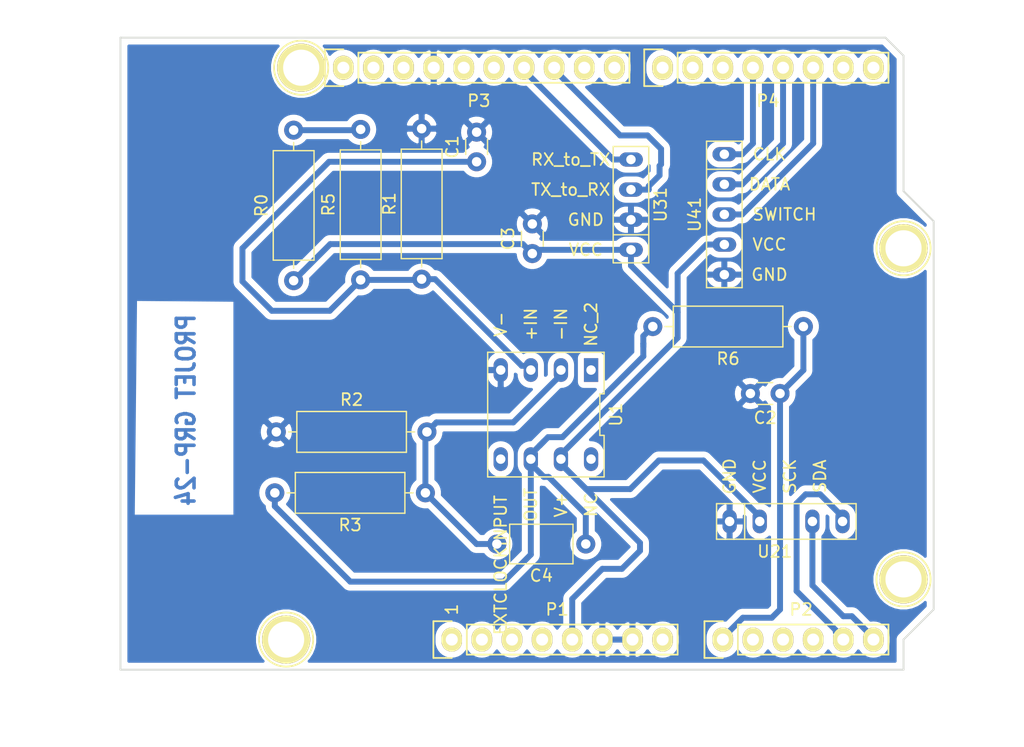
<source format=kicad_pcb>
(kicad_pcb (version 20171130) (host pcbnew "(5.1.2)-2")

  (general
    (thickness 1.6)
    (drawings 28)
    (tracks 128)
    (zones 0)
    (modules 22)
    (nets 42)
  )

  (page A4)
  (title_block
    (date "lun. 30 mars 2015")
  )

  (layers
    (0 F.Cu signal)
    (31 B.Cu signal)
    (32 B.Adhes user)
    (33 F.Adhes user)
    (34 B.Paste user)
    (35 F.Paste user)
    (36 B.SilkS user)
    (37 F.SilkS user)
    (38 B.Mask user)
    (39 F.Mask user)
    (40 Dwgs.User user)
    (41 Cmts.User user)
    (42 Eco1.User user)
    (43 Eco2.User user)
    (44 Edge.Cuts user)
    (45 Margin user)
    (46 B.CrtYd user)
    (47 F.CrtYd user)
    (48 B.Fab user)
    (49 F.Fab user)
  )

  (setup
    (last_trace_width 0.5)
    (trace_clearance 0.2)
    (zone_clearance 0.508)
    (zone_45_only no)
    (trace_min 0.2)
    (via_size 0.6)
    (via_drill 0.4)
    (via_min_size 0.4)
    (via_min_drill 0.3)
    (uvia_size 0.3)
    (uvia_drill 0.1)
    (uvias_allowed no)
    (uvia_min_size 0.2)
    (uvia_min_drill 0.1)
    (edge_width 0.15)
    (segment_width 0.15)
    (pcb_text_width 0.3)
    (pcb_text_size 1.5 1.5)
    (mod_edge_width 0.15)
    (mod_text_size 1 1)
    (mod_text_width 0.15)
    (pad_size 4.064 4.064)
    (pad_drill 3.048)
    (pad_to_mask_clearance 0)
    (aux_axis_origin 110.998 126.365)
    (visible_elements 7FFFFFFF)
    (pcbplotparams
      (layerselection 0x00030_fffffffe)
      (usegerberextensions false)
      (usegerberattributes false)
      (usegerberadvancedattributes false)
      (creategerberjobfile false)
      (excludeedgelayer true)
      (linewidth 0.100000)
      (plotframeref false)
      (viasonmask false)
      (mode 1)
      (useauxorigin false)
      (hpglpennumber 1)
      (hpglpenspeed 20)
      (hpglpendiameter 15.000000)
      (psnegative false)
      (psa4output false)
      (plotreference true)
      (plotvalue true)
      (plotinvisibletext false)
      (padsonsilk false)
      (subtractmaskfromsilk false)
      (outputformat 4)
      (mirror false)
      (drillshape 2)
      (scaleselection 1)
      (outputdirectory ""))
  )

  (net 0 "")
  (net 1 /IOREF)
  (net 2 /Reset)
  (net 3 +5V)
  (net 4 GND)
  (net 5 /Vin)
  (net 6 /A1)
  (net 7 /A2)
  (net 8 /A3)
  (net 9 /AREF)
  (net 10 "/9(**)")
  (net 11 /8)
  (net 12 /7)
  (net 13 "/6(**)")
  (net 14 "/5(**)")
  (net 15 "/1(Tx)")
  (net 16 "/0(Rx)")
  (net 17 "Net-(P5-Pad1)")
  (net 18 "Net-(P6-Pad1)")
  (net 19 "Net-(P7-Pad1)")
  (net 20 "Net-(P8-Pad1)")
  (net 21 "/13(SCK)")
  (net 22 "Net-(P1-Pad1)")
  (net 23 +3V3)
  (net 24 "/12(MISO)")
  (net 25 IN+)
  (net 26 ADC)
  (net 27 "Net-(C4-Pad1)")
  (net 28 IN-)
  (net 29 SDA)
  (net 30 SCK)
  (net 31 "Net-(P3-Pad1)")
  (net 32 "Net-(P3-Pad2)")
  (net 33 TX)
  (net 34 RX)
  (net 35 CLK)
  (net 36 DATA)
  (net 37 SWITCH)
  (net 38 "Net-(R0-Pad2)")
  (net 39 "Net-(U1-Pad8)")
  (net 40 "Net-(U1-Pad1)")
  (net 41 "Net-(U1-Pad5)")

  (net_class Default "This is the default net class."
    (clearance 0.2)
    (trace_width 0.5)
    (via_dia 0.6)
    (via_drill 0.4)
    (uvia_dia 0.3)
    (uvia_drill 0.1)
    (add_net +3V3)
    (add_net +5V)
    (add_net "/0(Rx)")
    (add_net "/1(Tx)")
    (add_net "/12(MISO)")
    (add_net "/13(SCK)")
    (add_net "/5(**)")
    (add_net "/6(**)")
    (add_net /7)
    (add_net /8)
    (add_net "/9(**)")
    (add_net /A1)
    (add_net /A2)
    (add_net /A3)
    (add_net /AREF)
    (add_net /IOREF)
    (add_net /Reset)
    (add_net /Vin)
    (add_net ADC)
    (add_net CLK)
    (add_net DATA)
    (add_net GND)
    (add_net IN+)
    (add_net IN-)
    (add_net "Net-(C4-Pad1)")
    (add_net "Net-(P1-Pad1)")
    (add_net "Net-(P3-Pad1)")
    (add_net "Net-(P3-Pad2)")
    (add_net "Net-(P5-Pad1)")
    (add_net "Net-(P6-Pad1)")
    (add_net "Net-(P7-Pad1)")
    (add_net "Net-(P8-Pad1)")
    (add_net "Net-(R0-Pad2)")
    (add_net "Net-(U1-Pad1)")
    (add_net "Net-(U1-Pad5)")
    (add_net "Net-(U1-Pad8)")
    (add_net RX)
    (add_net SCK)
    (add_net SDA)
    (add_net SWITCH)
    (add_net TX)
  )

  (module Print:OLED (layer F.Cu) (tedit 60424A55) (tstamp 60424D15)
    (at 166.1795 113.8555)
    (path /6044834E)
    (fp_text reference U21 (at 0 2.54) (layer F.SilkS)
      (effects (font (size 1 1) (thickness 0.15)))
    )
    (fp_text value OLED_0.91 (at 0 2.54) (layer F.Fab)
      (effects (font (size 1 1) (thickness 0.15)))
    )
    (fp_line (start 4.66 1.25) (end 6.604 1.25) (layer F.CrtYd) (width 0.05))
    (fp_line (start 4.66 -1.25) (end 6.604 -1.25) (layer F.CrtYd) (width 0.05))
    (fp_line (start 4.91 1.5) (end 6.858 1.5) (layer F.SilkS) (width 0.12))
    (fp_line (start 4.91 -1.5) (end 6.858 -1.5) (layer F.SilkS) (width 0.12))
    (fp_text user SDA (at 3.81 -3.81 90) (layer F.SilkS)
      (effects (font (size 1 1) (thickness 0.15)))
    )
    (fp_text user SCK (at 1.27 -3.81 90) (layer F.SilkS)
      (effects (font (size 1 1) (thickness 0.15)))
    )
    (fp_text user VCC (at -1.27 -3.81 90) (layer F.SilkS)
      (effects (font (size 1 1) (thickness 0.15)))
    )
    (fp_text user GND (at -3.81 -3.81 90) (layer F.SilkS)
      (effects (font (size 1 1) (thickness 0.15)))
    )
    (fp_line (start -4.66 1.25) (end -4.66 -1.25) (layer F.CrtYd) (width 0.05))
    (fp_line (start 4.66 1.25) (end -4.66 1.25) (layer F.CrtYd) (width 0.05))
    (fp_line (start 6.604 -1.25) (end 6.604 1.25) (layer F.CrtYd) (width 0.05))
    (fp_line (start -4.66 -1.25) (end 4.66 -1.25) (layer F.CrtYd) (width 0.05))
    (fp_line (start -2.54 -1.5) (end -2.54 1.5) (layer F.SilkS) (width 0.12))
    (fp_line (start -4.91 1.5) (end -4.91 -1.5) (layer F.SilkS) (width 0.12))
    (fp_line (start 4.91 1.5) (end -4.91 1.5) (layer F.SilkS) (width 0.12))
    (fp_line (start 6.858 -1.5) (end 6.858 1.5) (layer F.SilkS) (width 0.12))
    (fp_line (start -4.91 -1.5) (end 4.91 -1.5) (layer F.SilkS) (width 0.12))
    (pad 4 thru_hole oval (at 5.715 0) (size 1.2 2) (drill 0.8) (layers *.Cu *.Mask)
      (net 29 SDA))
    (pad 3 thru_hole oval (at 3.175 0) (size 1.2 2) (drill 0.8) (layers *.Cu *.Mask)
      (net 30 SCK))
    (pad 2 thru_hole oval (at -1.27 0) (size 1.2 2) (drill 0.8) (layers *.Cu *.Mask)
      (net 3 +5V))
    (pad 1 thru_hole oval (at -3.81 0) (size 1.2 2) (drill 0.8) (layers *.Cu *.Mask)
      (net 4 GND))
  )

  (module Resistor_THT:R_Axial_DIN0309_L9.0mm_D3.2mm_P12.70mm_Horizontal (layer F.Cu) (tedit 5AE5139B) (tstamp 60424C84)
    (at 136.398 93.4085 90)
    (descr "Resistor, Axial_DIN0309 series, Axial, Horizontal, pin pitch=12.7mm, 0.5W = 1/2W, length*diameter=9*3.2mm^2, http://cdn-reichelt.de/documents/datenblatt/B400/1_4W%23YAG.pdf")
    (tags "Resistor Axial_DIN0309 series Axial Horizontal pin pitch 12.7mm 0.5W = 1/2W length 9mm diameter 3.2mm")
    (path /60426D65)
    (fp_text reference R1 (at 6.35 -2.72 90) (layer F.SilkS)
      (effects (font (size 1 1) (thickness 0.15)))
    )
    (fp_text value 100k (at 6.35 2.72 90) (layer F.Fab)
      (effects (font (size 1 1) (thickness 0.15)))
    )
    (fp_line (start 1.85 -1.6) (end 1.85 1.6) (layer F.Fab) (width 0.1))
    (fp_line (start 1.85 1.6) (end 10.85 1.6) (layer F.Fab) (width 0.1))
    (fp_line (start 10.85 1.6) (end 10.85 -1.6) (layer F.Fab) (width 0.1))
    (fp_line (start 10.85 -1.6) (end 1.85 -1.6) (layer F.Fab) (width 0.1))
    (fp_line (start 0 0) (end 1.85 0) (layer F.Fab) (width 0.1))
    (fp_line (start 12.7 0) (end 10.85 0) (layer F.Fab) (width 0.1))
    (fp_line (start 1.73 -1.72) (end 1.73 1.72) (layer F.SilkS) (width 0.12))
    (fp_line (start 1.73 1.72) (end 10.97 1.72) (layer F.SilkS) (width 0.12))
    (fp_line (start 10.97 1.72) (end 10.97 -1.72) (layer F.SilkS) (width 0.12))
    (fp_line (start 10.97 -1.72) (end 1.73 -1.72) (layer F.SilkS) (width 0.12))
    (fp_line (start 1.04 0) (end 1.73 0) (layer F.SilkS) (width 0.12))
    (fp_line (start 11.66 0) (end 10.97 0) (layer F.SilkS) (width 0.12))
    (fp_line (start -1.05 -1.85) (end -1.05 1.85) (layer F.CrtYd) (width 0.05))
    (fp_line (start -1.05 1.85) (end 13.75 1.85) (layer F.CrtYd) (width 0.05))
    (fp_line (start 13.75 1.85) (end 13.75 -1.85) (layer F.CrtYd) (width 0.05))
    (fp_line (start 13.75 -1.85) (end -1.05 -1.85) (layer F.CrtYd) (width 0.05))
    (fp_text user %R (at 6.35 0) (layer F.Fab)
      (effects (font (size 1 1) (thickness 0.15)))
    )
    (pad 1 thru_hole circle (at 0 0 90) (size 1.6 1.6) (drill 0.8) (layers *.Cu *.Mask)
      (net 25 IN+))
    (pad 2 thru_hole oval (at 12.7 0 90) (size 1.6 1.6) (drill 0.8) (layers *.Cu *.Mask)
      (net 4 GND))
    (model ${KISYS3DMOD}/Resistor_THT.3dshapes/R_Axial_DIN0309_L9.0mm_D3.2mm_P12.70mm_Horizontal.wrl
      (at (xyz 0 0 0))
      (scale (xyz 1 1 1))
      (rotate (xyz 0 0 0))
    )
  )

  (module Print:HC05 (layer F.Cu) (tedit 6041F1E1) (tstamp 60424D2A)
    (at 154.051 87.122 90)
    (path /60448C1F)
    (fp_text reference U31 (at 0 2.5 90) (layer F.SilkS)
      (effects (font (size 1 1) (thickness 0.15)))
    )
    (fp_text value Bluetooth-HC05 (at 0 2.54 90) (layer F.Fab)
      (effects (font (size 1 1) (thickness 0.15)))
    )
    (fp_line (start -4.91 -1.5) (end 4.91 -1.5) (layer F.SilkS) (width 0.12))
    (fp_line (start 4.91 -1.5) (end 4.91 1.5) (layer F.SilkS) (width 0.12))
    (fp_line (start 4.91 1.5) (end -4.91 1.5) (layer F.SilkS) (width 0.12))
    (fp_line (start -4.91 1.5) (end -4.91 -1.5) (layer F.SilkS) (width 0.12))
    (fp_line (start -2.54 -1.5) (end -2.54 1.5) (layer F.SilkS) (width 0.12))
    (fp_line (start -4.66 -1.25) (end 4.66 -1.25) (layer F.CrtYd) (width 0.05))
    (fp_line (start 4.66 -1.25) (end 4.66 1.25) (layer F.CrtYd) (width 0.05))
    (fp_line (start 4.66 1.25) (end -4.66 1.25) (layer F.CrtYd) (width 0.05))
    (fp_line (start -4.66 1.25) (end -4.66 -1.25) (layer F.CrtYd) (width 0.05))
    (fp_text user VCC (at -3.81 -3.81) (layer F.SilkS)
      (effects (font (size 1 1) (thickness 0.15)))
    )
    (fp_text user GND (at -1.27 -3.81) (layer F.SilkS)
      (effects (font (size 1 1) (thickness 0.15)))
    )
    (fp_text user TX_to_RX (at 1.27 -5.08) (layer F.SilkS)
      (effects (font (size 1 1) (thickness 0.15)))
    )
    (fp_text user RX_to_TX (at 3.81 -5.08) (layer F.SilkS)
      (effects (font (size 1 1) (thickness 0.15)))
    )
    (pad 1 thru_hole oval (at -3.81 0 90) (size 1.2 2) (drill 0.8) (layers *.Cu *.Mask)
      (net 3 +5V))
    (pad 2 thru_hole oval (at -1.27 0 90) (size 1.2 2) (drill 0.8) (layers *.Cu *.Mask)
      (net 4 GND))
    (pad 3 thru_hole oval (at 1.27 0 90) (size 1.2 2) (drill 0.8) (layers *.Cu *.Mask)
      (net 34 RX))
    (pad 4 thru_hole oval (at 3.81 0 90) (size 1.2 2) (drill 0.8) (layers *.Cu *.Mask)
      (net 33 TX))
  )

  (module Print:LTC (layer F.Cu) (tedit 604202C7) (tstamp 60424D00)
    (at 146.8755 104.8385 180)
    (path /6041F7EE)
    (fp_text reference U1 (at -5.91 0 90) (layer F.SilkS)
      (effects (font (size 1 1) (thickness 0.15)))
    )
    (fp_text value LTC1050 (at 0 0) (layer F.Fab)
      (effects (font (size 1 1) (thickness 0.15)))
    )
    (fp_text user NC (at -3.81 -7.62 90) (layer F.SilkS)
      (effects (font (size 1 1) (thickness 0.15)))
    )
    (fp_text user V+ (at -1.27 -7.62 90) (layer F.SilkS)
      (effects (font (size 1 1) (thickness 0.15)))
    )
    (fp_text user OUT (at 1.27 -7.62 90) (layer F.SilkS)
      (effects (font (size 1 1) (thickness 0.15)))
    )
    (fp_text user EXTCLOCKINPUT (at 3.81 -12.7 90) (layer F.SilkS)
      (effects (font (size 1 1) (thickness 0.15)))
    )
    (fp_text user V- (at 3.81 7.62 90) (layer F.SilkS)
      (effects (font (size 1 1) (thickness 0.15)))
    )
    (fp_text user +IN (at 1.27 7.62 90) (layer F.SilkS)
      (effects (font (size 1 1) (thickness 0.15)))
    )
    (fp_text user -IN (at -1.27 7.62 90) (layer F.SilkS)
      (effects (font (size 1 1) (thickness 0.15)))
    )
    (fp_text user NC_2 (at -3.81 7.62 90) (layer F.SilkS)
      (effects (font (size 1 1) (thickness 0.15)))
    )
    (fp_line (start -4.66 5.01) (end -4.66 -5.01) (layer F.CrtYd) (width 0.05))
    (fp_line (start 4.66 5.01) (end -4.66 5.01) (layer F.CrtYd) (width 0.05))
    (fp_line (start 4.66 -5.01) (end 4.66 5.01) (layer F.CrtYd) (width 0.05))
    (fp_line (start -4.66 -5.01) (end 4.66 -5.01) (layer F.CrtYd) (width 0.05))
    (fp_line (start -4.91 1.753333) (end -4.91 5.26) (layer F.SilkS) (width 0.12))
    (fp_line (start -4.55 1.753333) (end -4.91 1.753333) (layer F.SilkS) (width 0.12))
    (fp_line (start -4.55 -1.753333) (end -4.55 1.753333) (layer F.SilkS) (width 0.12))
    (fp_line (start -4.91 -1.753333) (end -4.55 -1.753333) (layer F.SilkS) (width 0.12))
    (fp_line (start -4.91 -5.26) (end -4.91 -1.753333) (layer F.SilkS) (width 0.12))
    (fp_line (start 4.91 -5.26) (end -4.91 -5.26) (layer F.SilkS) (width 0.12))
    (fp_line (start 4.91 5.26) (end 4.91 -5.26) (layer F.SilkS) (width 0.12))
    (fp_line (start -4.91 5.26) (end 4.91 5.26) (layer F.SilkS) (width 0.12))
    (pad 4 thru_hole oval (at 3.81 3.76 180) (size 1.2 2) (drill 0.8) (layers *.Cu *.Mask)
      (net 4 GND))
    (pad 5 thru_hole oval (at 3.81 -3.76 180) (size 1.2 2) (drill 0.8) (layers *.Cu *.Mask)
      (net 41 "Net-(U1-Pad5)"))
    (pad 3 thru_hole oval (at 1.27 3.76 180) (size 1.2 2) (drill 0.8) (layers *.Cu *.Mask)
      (net 25 IN+))
    (pad 6 thru_hole oval (at 1.27 -3.76 180) (size 1.2 2) (drill 0.8) (layers *.Cu *.Mask)
      (net 27 "Net-(C4-Pad1)"))
    (pad 2 thru_hole oval (at -1.27 3.76 180) (size 1.2 2) (drill 0.8) (layers *.Cu *.Mask)
      (net 28 IN-))
    (pad 7 thru_hole oval (at -1.27 -3.76 180) (size 1.2 2) (drill 0.8) (layers *.Cu *.Mask)
      (net 3 +5V))
    (pad 1 thru_hole rect (at -3.81 3.76 180) (size 1.2 2) (drill 0.8) (layers *.Cu *.Mask)
      (net 40 "Net-(U1-Pad1)"))
    (pad 8 thru_hole oval (at -3.81 -3.76 180) (size 1.2 2) (drill 0.8) (layers *.Cu *.Mask)
      (net 39 "Net-(U1-Pad8)"))
  )

  (module Socket_Arduino_Uno:Socket_Strip_Arduino_1x08 locked (layer F.Cu) (tedit 552168D2) (tstamp 551AF9EA)
    (at 138.938 123.825)
    (descr "Through hole socket strip")
    (tags "socket strip")
    (path /56D70129)
    (fp_text reference P1 (at 8.89 -2.54) (layer F.SilkS)
      (effects (font (size 1 1) (thickness 0.15)))
    )
    (fp_text value Power (at 8.89 -4.064) (layer F.Fab)
      (effects (font (size 1 1) (thickness 0.15)))
    )
    (fp_line (start -1.75 -1.75) (end -1.75 1.75) (layer F.CrtYd) (width 0.05))
    (fp_line (start 19.55 -1.75) (end 19.55 1.75) (layer F.CrtYd) (width 0.05))
    (fp_line (start -1.75 -1.75) (end 19.55 -1.75) (layer F.CrtYd) (width 0.05))
    (fp_line (start -1.75 1.75) (end 19.55 1.75) (layer F.CrtYd) (width 0.05))
    (fp_line (start 1.27 1.27) (end 19.05 1.27) (layer F.SilkS) (width 0.15))
    (fp_line (start 19.05 1.27) (end 19.05 -1.27) (layer F.SilkS) (width 0.15))
    (fp_line (start 19.05 -1.27) (end 1.27 -1.27) (layer F.SilkS) (width 0.15))
    (fp_line (start -1.55 1.55) (end 0 1.55) (layer F.SilkS) (width 0.15))
    (fp_line (start 1.27 1.27) (end 1.27 -1.27) (layer F.SilkS) (width 0.15))
    (fp_line (start 0 -1.55) (end -1.55 -1.55) (layer F.SilkS) (width 0.15))
    (fp_line (start -1.55 -1.55) (end -1.55 1.55) (layer F.SilkS) (width 0.15))
    (pad 1 thru_hole oval (at 0 0) (size 1.7272 2.032) (drill 1.016) (layers *.Cu *.Mask F.SilkS)
      (net 22 "Net-(P1-Pad1)"))
    (pad 2 thru_hole oval (at 2.54 0) (size 1.7272 2.032) (drill 1.016) (layers *.Cu *.Mask F.SilkS)
      (net 1 /IOREF))
    (pad 3 thru_hole oval (at 5.08 0) (size 1.7272 2.032) (drill 1.016) (layers *.Cu *.Mask F.SilkS)
      (net 2 /Reset))
    (pad 4 thru_hole oval (at 7.62 0) (size 1.7272 2.032) (drill 1.016) (layers *.Cu *.Mask F.SilkS)
      (net 23 +3V3))
    (pad 5 thru_hole oval (at 10.16 0) (size 1.7272 2.032) (drill 1.016) (layers *.Cu *.Mask F.SilkS)
      (net 3 +5V))
    (pad 6 thru_hole oval (at 12.7 0) (size 1.7272 2.032) (drill 1.016) (layers *.Cu *.Mask F.SilkS)
      (net 4 GND))
    (pad 7 thru_hole oval (at 15.24 0) (size 1.7272 2.032) (drill 1.016) (layers *.Cu *.Mask F.SilkS)
      (net 4 GND))
    (pad 8 thru_hole oval (at 17.78 0) (size 1.7272 2.032) (drill 1.016) (layers *.Cu *.Mask F.SilkS)
      (net 5 /Vin))
    (model ${KIPRJMOD}/Socket_Arduino_Uno.3dshapes/Socket_header_Arduino_1x08.wrl
      (offset (xyz 8.889999866485596 0 0))
      (scale (xyz 1 1 1))
      (rotate (xyz 0 0 180))
    )
  )

  (module Socket_Arduino_Uno:Socket_Strip_Arduino_1x06 locked (layer F.Cu) (tedit 552168D6) (tstamp 551AF9FF)
    (at 161.798 123.825)
    (descr "Through hole socket strip")
    (tags "socket strip")
    (path /56D70DD8)
    (fp_text reference P2 (at 6.604 -2.54) (layer F.SilkS)
      (effects (font (size 1 1) (thickness 0.15)))
    )
    (fp_text value Analog (at 6.604 -4.064) (layer F.Fab)
      (effects (font (size 1 1) (thickness 0.15)))
    )
    (fp_line (start -1.75 -1.75) (end -1.75 1.75) (layer F.CrtYd) (width 0.05))
    (fp_line (start 14.45 -1.75) (end 14.45 1.75) (layer F.CrtYd) (width 0.05))
    (fp_line (start -1.75 -1.75) (end 14.45 -1.75) (layer F.CrtYd) (width 0.05))
    (fp_line (start -1.75 1.75) (end 14.45 1.75) (layer F.CrtYd) (width 0.05))
    (fp_line (start 1.27 1.27) (end 13.97 1.27) (layer F.SilkS) (width 0.15))
    (fp_line (start 13.97 1.27) (end 13.97 -1.27) (layer F.SilkS) (width 0.15))
    (fp_line (start 13.97 -1.27) (end 1.27 -1.27) (layer F.SilkS) (width 0.15))
    (fp_line (start -1.55 1.55) (end 0 1.55) (layer F.SilkS) (width 0.15))
    (fp_line (start 1.27 1.27) (end 1.27 -1.27) (layer F.SilkS) (width 0.15))
    (fp_line (start 0 -1.55) (end -1.55 -1.55) (layer F.SilkS) (width 0.15))
    (fp_line (start -1.55 -1.55) (end -1.55 1.55) (layer F.SilkS) (width 0.15))
    (pad 1 thru_hole oval (at 0 0) (size 1.7272 2.032) (drill 1.016) (layers *.Cu *.Mask F.SilkS)
      (net 26 ADC))
    (pad 2 thru_hole oval (at 2.54 0) (size 1.7272 2.032) (drill 1.016) (layers *.Cu *.Mask F.SilkS)
      (net 6 /A1))
    (pad 3 thru_hole oval (at 5.08 0) (size 1.7272 2.032) (drill 1.016) (layers *.Cu *.Mask F.SilkS)
      (net 7 /A2))
    (pad 4 thru_hole oval (at 7.62 0) (size 1.7272 2.032) (drill 1.016) (layers *.Cu *.Mask F.SilkS)
      (net 8 /A3))
    (pad 5 thru_hole oval (at 10.16 0) (size 1.7272 2.032) (drill 1.016) (layers *.Cu *.Mask F.SilkS)
      (net 29 SDA))
    (pad 6 thru_hole oval (at 12.7 0) (size 1.7272 2.032) (drill 1.016) (layers *.Cu *.Mask F.SilkS)
      (net 30 SCK))
    (model ${KIPRJMOD}/Socket_Arduino_Uno.3dshapes/Socket_header_Arduino_1x06.wrl
      (offset (xyz 6.349999904632568 0 0))
      (scale (xyz 1 1 1))
      (rotate (xyz 0 0 180))
    )
  )

  (module Socket_Arduino_Uno:Socket_Strip_Arduino_1x10 locked (layer F.Cu) (tedit 552168BF) (tstamp 551AFA18)
    (at 129.794 75.565)
    (descr "Through hole socket strip")
    (tags "socket strip")
    (path /56D721E0)
    (fp_text reference P3 (at 11.43 2.794) (layer F.SilkS)
      (effects (font (size 1 1) (thickness 0.15)))
    )
    (fp_text value Digital (at 11.43 4.318) (layer F.Fab)
      (effects (font (size 1 1) (thickness 0.15)))
    )
    (fp_line (start -1.75 -1.75) (end -1.75 1.75) (layer F.CrtYd) (width 0.05))
    (fp_line (start 24.65 -1.75) (end 24.65 1.75) (layer F.CrtYd) (width 0.05))
    (fp_line (start -1.75 -1.75) (end 24.65 -1.75) (layer F.CrtYd) (width 0.05))
    (fp_line (start -1.75 1.75) (end 24.65 1.75) (layer F.CrtYd) (width 0.05))
    (fp_line (start 1.27 1.27) (end 24.13 1.27) (layer F.SilkS) (width 0.15))
    (fp_line (start 24.13 1.27) (end 24.13 -1.27) (layer F.SilkS) (width 0.15))
    (fp_line (start 24.13 -1.27) (end 1.27 -1.27) (layer F.SilkS) (width 0.15))
    (fp_line (start -1.55 1.55) (end 0 1.55) (layer F.SilkS) (width 0.15))
    (fp_line (start 1.27 1.27) (end 1.27 -1.27) (layer F.SilkS) (width 0.15))
    (fp_line (start 0 -1.55) (end -1.55 -1.55) (layer F.SilkS) (width 0.15))
    (fp_line (start -1.55 -1.55) (end -1.55 1.55) (layer F.SilkS) (width 0.15))
    (pad 1 thru_hole oval (at 0 0) (size 1.7272 2.032) (drill 1.016) (layers *.Cu *.Mask F.SilkS)
      (net 31 "Net-(P3-Pad1)"))
    (pad 2 thru_hole oval (at 2.54 0) (size 1.7272 2.032) (drill 1.016) (layers *.Cu *.Mask F.SilkS)
      (net 32 "Net-(P3-Pad2)"))
    (pad 3 thru_hole oval (at 5.08 0) (size 1.7272 2.032) (drill 1.016) (layers *.Cu *.Mask F.SilkS)
      (net 9 /AREF))
    (pad 4 thru_hole oval (at 7.62 0) (size 1.7272 2.032) (drill 1.016) (layers *.Cu *.Mask F.SilkS)
      (net 4 GND))
    (pad 5 thru_hole oval (at 10.16 0) (size 1.7272 2.032) (drill 1.016) (layers *.Cu *.Mask F.SilkS)
      (net 21 "/13(SCK)"))
    (pad 6 thru_hole oval (at 12.7 0) (size 1.7272 2.032) (drill 1.016) (layers *.Cu *.Mask F.SilkS)
      (net 24 "/12(MISO)"))
    (pad 7 thru_hole oval (at 15.24 0) (size 1.7272 2.032) (drill 1.016) (layers *.Cu *.Mask F.SilkS)
      (net 33 TX))
    (pad 8 thru_hole oval (at 17.78 0) (size 1.7272 2.032) (drill 1.016) (layers *.Cu *.Mask F.SilkS)
      (net 34 RX))
    (pad 9 thru_hole oval (at 20.32 0) (size 1.7272 2.032) (drill 1.016) (layers *.Cu *.Mask F.SilkS)
      (net 10 "/9(**)"))
    (pad 10 thru_hole oval (at 22.86 0) (size 1.7272 2.032) (drill 1.016) (layers *.Cu *.Mask F.SilkS)
      (net 11 /8))
    (model ${KIPRJMOD}/Socket_Arduino_Uno.3dshapes/Socket_header_Arduino_1x10.wrl
      (offset (xyz 11.42999982833862 0 0))
      (scale (xyz 1 1 1))
      (rotate (xyz 0 0 180))
    )
  )

  (module Socket_Arduino_Uno:Socket_Strip_Arduino_1x08 locked (layer F.Cu) (tedit 552168C7) (tstamp 551AFA2F)
    (at 156.718 75.565)
    (descr "Through hole socket strip")
    (tags "socket strip")
    (path /56D7164F)
    (fp_text reference P4 (at 8.89 2.794) (layer F.SilkS)
      (effects (font (size 1 1) (thickness 0.15)))
    )
    (fp_text value Digital (at 8.89 4.318) (layer F.Fab)
      (effects (font (size 1 1) (thickness 0.15)))
    )
    (fp_line (start -1.75 -1.75) (end -1.75 1.75) (layer F.CrtYd) (width 0.05))
    (fp_line (start 19.55 -1.75) (end 19.55 1.75) (layer F.CrtYd) (width 0.05))
    (fp_line (start -1.75 -1.75) (end 19.55 -1.75) (layer F.CrtYd) (width 0.05))
    (fp_line (start -1.75 1.75) (end 19.55 1.75) (layer F.CrtYd) (width 0.05))
    (fp_line (start 1.27 1.27) (end 19.05 1.27) (layer F.SilkS) (width 0.15))
    (fp_line (start 19.05 1.27) (end 19.05 -1.27) (layer F.SilkS) (width 0.15))
    (fp_line (start 19.05 -1.27) (end 1.27 -1.27) (layer F.SilkS) (width 0.15))
    (fp_line (start -1.55 1.55) (end 0 1.55) (layer F.SilkS) (width 0.15))
    (fp_line (start 1.27 1.27) (end 1.27 -1.27) (layer F.SilkS) (width 0.15))
    (fp_line (start 0 -1.55) (end -1.55 -1.55) (layer F.SilkS) (width 0.15))
    (fp_line (start -1.55 -1.55) (end -1.55 1.55) (layer F.SilkS) (width 0.15))
    (pad 1 thru_hole oval (at 0 0) (size 1.7272 2.032) (drill 1.016) (layers *.Cu *.Mask F.SilkS)
      (net 12 /7))
    (pad 2 thru_hole oval (at 2.54 0) (size 1.7272 2.032) (drill 1.016) (layers *.Cu *.Mask F.SilkS)
      (net 13 "/6(**)"))
    (pad 3 thru_hole oval (at 5.08 0) (size 1.7272 2.032) (drill 1.016) (layers *.Cu *.Mask F.SilkS)
      (net 14 "/5(**)"))
    (pad 4 thru_hole oval (at 7.62 0) (size 1.7272 2.032) (drill 1.016) (layers *.Cu *.Mask F.SilkS)
      (net 35 CLK))
    (pad 5 thru_hole oval (at 10.16 0) (size 1.7272 2.032) (drill 1.016) (layers *.Cu *.Mask F.SilkS)
      (net 36 DATA))
    (pad 6 thru_hole oval (at 12.7 0) (size 1.7272 2.032) (drill 1.016) (layers *.Cu *.Mask F.SilkS)
      (net 37 SWITCH))
    (pad 7 thru_hole oval (at 15.24 0) (size 1.7272 2.032) (drill 1.016) (layers *.Cu *.Mask F.SilkS)
      (net 15 "/1(Tx)"))
    (pad 8 thru_hole oval (at 17.78 0) (size 1.7272 2.032) (drill 1.016) (layers *.Cu *.Mask F.SilkS)
      (net 16 "/0(Rx)"))
    (model ${KIPRJMOD}/Socket_Arduino_Uno.3dshapes/Socket_header_Arduino_1x08.wrl
      (offset (xyz 8.889999866485596 0 0))
      (scale (xyz 1 1 1))
      (rotate (xyz 0 0 180))
    )
  )

  (module Socket_Arduino_Uno:Arduino_1pin locked (layer F.Cu) (tedit 5524FC39) (tstamp 5524FC3F)
    (at 124.968 123.825)
    (descr "module 1 pin (ou trou mecanique de percage)")
    (tags DEV)
    (path /56D71177)
    (fp_text reference P5 (at 0 -3.048) (layer F.SilkS) hide
      (effects (font (size 1 1) (thickness 0.15)))
    )
    (fp_text value CONN_01X01 (at 0 2.794) (layer F.Fab) hide
      (effects (font (size 1 1) (thickness 0.15)))
    )
    (fp_circle (center 0 0) (end 0 -2.286) (layer F.SilkS) (width 0.15))
    (pad 1 thru_hole circle (at 0 0) (size 4.064 4.064) (drill 3.048) (layers *.Cu *.Mask F.SilkS)
      (net 17 "Net-(P5-Pad1)"))
  )

  (module Socket_Arduino_Uno:Arduino_1pin locked (layer F.Cu) (tedit 5524FC4A) (tstamp 5524FC44)
    (at 177.038 118.745)
    (descr "module 1 pin (ou trou mecanique de percage)")
    (tags DEV)
    (path /56D71274)
    (fp_text reference P6 (at 0 -3.048) (layer F.SilkS) hide
      (effects (font (size 1 1) (thickness 0.15)))
    )
    (fp_text value CONN_01X01 (at 0 2.794) (layer F.Fab) hide
      (effects (font (size 1 1) (thickness 0.15)))
    )
    (fp_circle (center 0 0) (end 0 -2.286) (layer F.SilkS) (width 0.15))
    (pad 1 thru_hole circle (at 0 0) (size 4.064 4.064) (drill 3.048) (layers *.Cu *.Mask F.SilkS)
      (net 18 "Net-(P6-Pad1)"))
  )

  (module Socket_Arduino_Uno:Arduino_1pin locked (layer F.Cu) (tedit 5524FC2F) (tstamp 5524FC49)
    (at 126.238 75.565)
    (descr "module 1 pin (ou trou mecanique de percage)")
    (tags DEV)
    (path /56D712A8)
    (fp_text reference P7 (at 0 -3.048) (layer F.SilkS) hide
      (effects (font (size 1 1) (thickness 0.15)))
    )
    (fp_text value CONN_01X01 (at 0 2.794) (layer F.Fab) hide
      (effects (font (size 1 1) (thickness 0.15)))
    )
    (fp_circle (center 0 0) (end 0 -2.286) (layer F.SilkS) (width 0.15))
    (pad 1 thru_hole circle (at 0 0) (size 4.064 4.064) (drill 3.048) (layers *.Cu *.Mask F.SilkS)
      (net 19 "Net-(P7-Pad1)"))
  )

  (module Socket_Arduino_Uno:Arduino_1pin locked (layer F.Cu) (tedit 5524FC41) (tstamp 5524FC4E)
    (at 177.038 90.805)
    (descr "module 1 pin (ou trou mecanique de percage)")
    (tags DEV)
    (path /56D712DB)
    (fp_text reference P8 (at 0 -3.048) (layer F.SilkS) hide
      (effects (font (size 1 1) (thickness 0.15)))
    )
    (fp_text value CONN_01X01 (at 0 2.794) (layer F.Fab) hide
      (effects (font (size 1 1) (thickness 0.15)))
    )
    (fp_circle (center 0 0) (end 0 -2.286) (layer F.SilkS) (width 0.15))
    (pad 1 thru_hole circle (at 0 0) (size 4.064 4.064) (drill 3.048) (layers *.Cu *.Mask F.SilkS)
      (net 20 "Net-(P8-Pad1)"))
  )

  (module Capacitor_THT:C_Disc_D3.0mm_W1.6mm_P2.50mm (layer F.Cu) (tedit 5AE50EF0) (tstamp 60424C1D)
    (at 141.0335 83.5025 90)
    (descr "C, Disc series, Radial, pin pitch=2.50mm, , diameter*width=3.0*1.6mm^2, Capacitor, http://www.vishay.com/docs/45233/krseries.pdf")
    (tags "C Disc series Radial pin pitch 2.50mm  diameter 3.0mm width 1.6mm Capacitor")
    (path /604261F3)
    (fp_text reference C1 (at 1.25 -2.05 90) (layer F.SilkS)
      (effects (font (size 1 1) (thickness 0.15)))
    )
    (fp_text value 100n (at 1.25 2.05 90) (layer F.Fab)
      (effects (font (size 1 1) (thickness 0.15)))
    )
    (fp_line (start -0.25 -0.8) (end -0.25 0.8) (layer F.Fab) (width 0.1))
    (fp_line (start -0.25 0.8) (end 2.75 0.8) (layer F.Fab) (width 0.1))
    (fp_line (start 2.75 0.8) (end 2.75 -0.8) (layer F.Fab) (width 0.1))
    (fp_line (start 2.75 -0.8) (end -0.25 -0.8) (layer F.Fab) (width 0.1))
    (fp_line (start 0.621 -0.92) (end 1.879 -0.92) (layer F.SilkS) (width 0.12))
    (fp_line (start 0.621 0.92) (end 1.879 0.92) (layer F.SilkS) (width 0.12))
    (fp_line (start -1.05 -1.05) (end -1.05 1.05) (layer F.CrtYd) (width 0.05))
    (fp_line (start -1.05 1.05) (end 3.55 1.05) (layer F.CrtYd) (width 0.05))
    (fp_line (start 3.55 1.05) (end 3.55 -1.05) (layer F.CrtYd) (width 0.05))
    (fp_line (start 3.55 -1.05) (end -1.05 -1.05) (layer F.CrtYd) (width 0.05))
    (fp_text user %R (at 0.6985 0.254 90) (layer F.Fab)
      (effects (font (size 0.6 0.6) (thickness 0.09)))
    )
    (pad 1 thru_hole circle (at 0 0 90) (size 1.6 1.6) (drill 0.8) (layers *.Cu *.Mask)
      (net 25 IN+))
    (pad 2 thru_hole circle (at 2.5 0 90) (size 1.6 1.6) (drill 0.8) (layers *.Cu *.Mask)
      (net 4 GND))
    (model ${KISYS3DMOD}/Capacitor_THT.3dshapes/C_Disc_D3.0mm_W1.6mm_P2.50mm.wrl
      (at (xyz 0 0 0))
      (scale (xyz 1 1 1))
      (rotate (xyz 0 0 0))
    )
  )

  (module Capacitor_THT:C_Disc_D3.0mm_W1.6mm_P2.50mm (layer F.Cu) (tedit 5AE50EF0) (tstamp 60424C2E)
    (at 166.624 103.0605 180)
    (descr "C, Disc series, Radial, pin pitch=2.50mm, , diameter*width=3.0*1.6mm^2, Capacitor, http://www.vishay.com/docs/45233/krseries.pdf")
    (tags "C Disc series Radial pin pitch 2.50mm  diameter 3.0mm width 1.6mm Capacitor")
    (path /60431DAD)
    (fp_text reference C2 (at 1.25 -2.05) (layer F.SilkS)
      (effects (font (size 1 1) (thickness 0.15)))
    )
    (fp_text value 100n (at 1.25 2.05) (layer F.Fab)
      (effects (font (size 1 1) (thickness 0.15)))
    )
    (fp_line (start -0.25 -0.8) (end -0.25 0.8) (layer F.Fab) (width 0.1))
    (fp_line (start -0.25 0.8) (end 2.75 0.8) (layer F.Fab) (width 0.1))
    (fp_line (start 2.75 0.8) (end 2.75 -0.8) (layer F.Fab) (width 0.1))
    (fp_line (start 2.75 -0.8) (end -0.25 -0.8) (layer F.Fab) (width 0.1))
    (fp_line (start 0.621 -0.92) (end 1.879 -0.92) (layer F.SilkS) (width 0.12))
    (fp_line (start 0.621 0.92) (end 1.879 0.92) (layer F.SilkS) (width 0.12))
    (fp_line (start -1.05 -1.05) (end -1.05 1.05) (layer F.CrtYd) (width 0.05))
    (fp_line (start -1.05 1.05) (end 3.55 1.05) (layer F.CrtYd) (width 0.05))
    (fp_line (start 3.55 1.05) (end 3.55 -1.05) (layer F.CrtYd) (width 0.05))
    (fp_line (start 3.55 -1.05) (end -1.05 -1.05) (layer F.CrtYd) (width 0.05))
    (fp_text user %R (at 3.4925 1.143) (layer F.Fab)
      (effects (font (size 0.6 0.6) (thickness 0.09)))
    )
    (pad 1 thru_hole circle (at 0 0 180) (size 1.6 1.6) (drill 0.8) (layers *.Cu *.Mask)
      (net 26 ADC))
    (pad 2 thru_hole circle (at 2.5 0 180) (size 1.6 1.6) (drill 0.8) (layers *.Cu *.Mask)
      (net 4 GND))
    (model ${KISYS3DMOD}/Capacitor_THT.3dshapes/C_Disc_D3.0mm_W1.6mm_P2.50mm.wrl
      (at (xyz 0 0 0))
      (scale (xyz 1 1 1))
      (rotate (xyz 0 0 0))
    )
  )

  (module Capacitor_THT:C_Disc_D3.0mm_W1.6mm_P2.50mm (layer F.Cu) (tedit 5AE50EF0) (tstamp 60424C3F)
    (at 145.7325 91.2495 90)
    (descr "C, Disc series, Radial, pin pitch=2.50mm, , diameter*width=3.0*1.6mm^2, Capacitor, http://www.vishay.com/docs/45233/krseries.pdf")
    (tags "C Disc series Radial pin pitch 2.50mm  diameter 3.0mm width 1.6mm Capacitor")
    (path /604308EB)
    (fp_text reference C3 (at 1.25 -2.05 90) (layer F.SilkS)
      (effects (font (size 1 1) (thickness 0.15)))
    )
    (fp_text value 100n (at 1.25 2.05 90) (layer F.Fab)
      (effects (font (size 1 1) (thickness 0.15)))
    )
    (fp_text user %R (at 1.905 -0.0635) (layer F.Fab)
      (effects (font (size 0.6 0.6) (thickness 0.09)))
    )
    (fp_line (start 3.55 -1.05) (end -1.05 -1.05) (layer F.CrtYd) (width 0.05))
    (fp_line (start 3.55 1.05) (end 3.55 -1.05) (layer F.CrtYd) (width 0.05))
    (fp_line (start -1.05 1.05) (end 3.55 1.05) (layer F.CrtYd) (width 0.05))
    (fp_line (start -1.05 -1.05) (end -1.05 1.05) (layer F.CrtYd) (width 0.05))
    (fp_line (start 0.621 0.92) (end 1.879 0.92) (layer F.SilkS) (width 0.12))
    (fp_line (start 0.621 -0.92) (end 1.879 -0.92) (layer F.SilkS) (width 0.12))
    (fp_line (start 2.75 -0.8) (end -0.25 -0.8) (layer F.Fab) (width 0.1))
    (fp_line (start 2.75 0.8) (end 2.75 -0.8) (layer F.Fab) (width 0.1))
    (fp_line (start -0.25 0.8) (end 2.75 0.8) (layer F.Fab) (width 0.1))
    (fp_line (start -0.25 -0.8) (end -0.25 0.8) (layer F.Fab) (width 0.1))
    (pad 2 thru_hole circle (at 2.5 0 90) (size 1.6 1.6) (drill 0.8) (layers *.Cu *.Mask)
      (net 4 GND))
    (pad 1 thru_hole circle (at 0 0 90) (size 1.6 1.6) (drill 0.8) (layers *.Cu *.Mask)
      (net 3 +5V))
    (model ${KISYS3DMOD}/Capacitor_THT.3dshapes/C_Disc_D3.0mm_W1.6mm_P2.50mm.wrl
      (at (xyz 0 0 0))
      (scale (xyz 1 1 1))
      (rotate (xyz 0 0 0))
    )
  )

  (module Capacitor_THT:C_Axial_L5.1mm_D3.1mm_P7.50mm_Horizontal (layer F.Cu) (tedit 5AE50EF0) (tstamp 60424C56)
    (at 150.241 115.7605 180)
    (descr "C, Axial series, Axial, Horizontal, pin pitch=7.5mm, , length*diameter=5.1*3.1mm^2, http://www.vishay.com/docs/45231/arseries.pdf")
    (tags "C Axial series Axial Horizontal pin pitch 7.5mm  length 5.1mm diameter 3.1mm")
    (path /604315AC)
    (fp_text reference C4 (at 3.75 -2.67) (layer F.SilkS)
      (effects (font (size 1 1) (thickness 0.15)))
    )
    (fp_text value 1µ (at 3.75 2.67) (layer F.Fab)
      (effects (font (size 1 1) (thickness 0.15)))
    )
    (fp_line (start 1.2 -1.55) (end 1.2 1.55) (layer F.Fab) (width 0.1))
    (fp_line (start 1.2 1.55) (end 6.3 1.55) (layer F.Fab) (width 0.1))
    (fp_line (start 6.3 1.55) (end 6.3 -1.55) (layer F.Fab) (width 0.1))
    (fp_line (start 6.3 -1.55) (end 1.2 -1.55) (layer F.Fab) (width 0.1))
    (fp_line (start 0 0) (end 1.2 0) (layer F.Fab) (width 0.1))
    (fp_line (start 7.5 0) (end 6.3 0) (layer F.Fab) (width 0.1))
    (fp_line (start 1.08 -1.67) (end 1.08 1.67) (layer F.SilkS) (width 0.12))
    (fp_line (start 1.08 1.67) (end 6.42 1.67) (layer F.SilkS) (width 0.12))
    (fp_line (start 6.42 1.67) (end 6.42 -1.67) (layer F.SilkS) (width 0.12))
    (fp_line (start 6.42 -1.67) (end 1.08 -1.67) (layer F.SilkS) (width 0.12))
    (fp_line (start 1.04 0) (end 1.08 0) (layer F.SilkS) (width 0.12))
    (fp_line (start 6.46 0) (end 6.42 0) (layer F.SilkS) (width 0.12))
    (fp_line (start -1.05 -1.8) (end -1.05 1.8) (layer F.CrtYd) (width 0.05))
    (fp_line (start -1.05 1.8) (end 8.55 1.8) (layer F.CrtYd) (width 0.05))
    (fp_line (start 8.55 1.8) (end 8.55 -1.8) (layer F.CrtYd) (width 0.05))
    (fp_line (start 8.55 -1.8) (end -1.05 -1.8) (layer F.CrtYd) (width 0.05))
    (fp_text user %R (at 3.8735 0.0635) (layer F.Fab)
      (effects (font (size 1 1) (thickness 0.15)))
    )
    (pad 1 thru_hole circle (at 0 0 180) (size 1.6 1.6) (drill 0.8) (layers *.Cu *.Mask)
      (net 27 "Net-(C4-Pad1)"))
    (pad 2 thru_hole oval (at 7.5 0 180) (size 1.6 1.6) (drill 0.8) (layers *.Cu *.Mask)
      (net 28 IN-))
    (model ${KISYS3DMOD}/Capacitor_THT.3dshapes/C_Axial_L5.1mm_D3.1mm_P7.50mm_Horizontal.wrl
      (at (xyz 0 0 0))
      (scale (xyz 1 1 1))
      (rotate (xyz 0 0 0))
    )
  )

  (module Resistor_THT:R_Axial_DIN0309_L9.0mm_D3.2mm_P12.70mm_Horizontal (layer F.Cu) (tedit 5AE5139B) (tstamp 60424C6D)
    (at 125.603 93.5355 90)
    (descr "Resistor, Axial_DIN0309 series, Axial, Horizontal, pin pitch=12.7mm, 0.5W = 1/2W, length*diameter=9*3.2mm^2, http://cdn-reichelt.de/documents/datenblatt/B400/1_4W%23YAG.pdf")
    (tags "Resistor Axial_DIN0309 series Axial Horizontal pin pitch 12.7mm 0.5W = 1/2W length 9mm diameter 3.2mm")
    (path /60423F07)
    (fp_text reference R0 (at 6.35 -2.72 90) (layer F.SilkS)
      (effects (font (size 1 1) (thickness 0.15)))
    )
    (fp_text value Rsensor (at 5.9055 2.4765 90) (layer F.Fab)
      (effects (font (size 1 1) (thickness 0.15)))
    )
    (fp_text user %R (at 6.35 0 90) (layer F.Fab)
      (effects (font (size 1 1) (thickness 0.15)))
    )
    (fp_line (start 13.75 -1.85) (end -1.05 -1.85) (layer F.CrtYd) (width 0.05))
    (fp_line (start 13.75 1.85) (end 13.75 -1.85) (layer F.CrtYd) (width 0.05))
    (fp_line (start -1.05 1.85) (end 13.75 1.85) (layer F.CrtYd) (width 0.05))
    (fp_line (start -1.05 -1.85) (end -1.05 1.85) (layer F.CrtYd) (width 0.05))
    (fp_line (start 11.66 0) (end 10.97 0) (layer F.SilkS) (width 0.12))
    (fp_line (start 1.04 0) (end 1.73 0) (layer F.SilkS) (width 0.12))
    (fp_line (start 10.97 -1.72) (end 1.73 -1.72) (layer F.SilkS) (width 0.12))
    (fp_line (start 10.97 1.72) (end 10.97 -1.72) (layer F.SilkS) (width 0.12))
    (fp_line (start 1.73 1.72) (end 10.97 1.72) (layer F.SilkS) (width 0.12))
    (fp_line (start 1.73 -1.72) (end 1.73 1.72) (layer F.SilkS) (width 0.12))
    (fp_line (start 12.7 0) (end 10.85 0) (layer F.Fab) (width 0.1))
    (fp_line (start 0 0) (end 1.85 0) (layer F.Fab) (width 0.1))
    (fp_line (start 10.85 -1.6) (end 1.85 -1.6) (layer F.Fab) (width 0.1))
    (fp_line (start 10.85 1.6) (end 10.85 -1.6) (layer F.Fab) (width 0.1))
    (fp_line (start 1.85 1.6) (end 10.85 1.6) (layer F.Fab) (width 0.1))
    (fp_line (start 1.85 -1.6) (end 1.85 1.6) (layer F.Fab) (width 0.1))
    (pad 2 thru_hole oval (at 12.7 0 90) (size 1.6 1.6) (drill 0.8) (layers *.Cu *.Mask)
      (net 38 "Net-(R0-Pad2)"))
    (pad 1 thru_hole circle (at 0 0 90) (size 1.6 1.6) (drill 0.8) (layers *.Cu *.Mask)
      (net 3 +5V))
    (model ${KISYS3DMOD}/Resistor_THT.3dshapes/R_Axial_DIN0309_L9.0mm_D3.2mm_P12.70mm_Horizontal.wrl
      (at (xyz 0 0 0))
      (scale (xyz 1 1 1))
      (rotate (xyz 0 0 0))
    )
  )

  (module Resistor_THT:R_Axial_DIN0309_L9.0mm_D3.2mm_P12.70mm_Horizontal (layer F.Cu) (tedit 5AE5139B) (tstamp 60424C9B)
    (at 124.1425 106.299)
    (descr "Resistor, Axial_DIN0309 series, Axial, Horizontal, pin pitch=12.7mm, 0.5W = 1/2W, length*diameter=9*3.2mm^2, http://cdn-reichelt.de/documents/datenblatt/B400/1_4W%23YAG.pdf")
    (tags "Resistor Axial_DIN0309 series Axial Horizontal pin pitch 12.7mm 0.5W = 1/2W length 9mm diameter 3.2mm")
    (path /6042F72C)
    (fp_text reference R2 (at 6.35 -2.72) (layer F.SilkS)
      (effects (font (size 1 1) (thickness 0.15)))
    )
    (fp_text value 1k (at 6.35 2.72) (layer F.Fab)
      (effects (font (size 1 1) (thickness 0.15)))
    )
    (fp_line (start 1.85 -1.6) (end 1.85 1.6) (layer F.Fab) (width 0.1))
    (fp_line (start 1.85 1.6) (end 10.85 1.6) (layer F.Fab) (width 0.1))
    (fp_line (start 10.85 1.6) (end 10.85 -1.6) (layer F.Fab) (width 0.1))
    (fp_line (start 10.85 -1.6) (end 1.85 -1.6) (layer F.Fab) (width 0.1))
    (fp_line (start 0 0) (end 1.85 0) (layer F.Fab) (width 0.1))
    (fp_line (start 12.7 0) (end 10.85 0) (layer F.Fab) (width 0.1))
    (fp_line (start 1.73 -1.72) (end 1.73 1.72) (layer F.SilkS) (width 0.12))
    (fp_line (start 1.73 1.72) (end 10.97 1.72) (layer F.SilkS) (width 0.12))
    (fp_line (start 10.97 1.72) (end 10.97 -1.72) (layer F.SilkS) (width 0.12))
    (fp_line (start 10.97 -1.72) (end 1.73 -1.72) (layer F.SilkS) (width 0.12))
    (fp_line (start 1.04 0) (end 1.73 0) (layer F.SilkS) (width 0.12))
    (fp_line (start 11.66 0) (end 10.97 0) (layer F.SilkS) (width 0.12))
    (fp_line (start -1.05 -1.85) (end -1.05 1.85) (layer F.CrtYd) (width 0.05))
    (fp_line (start -1.05 1.85) (end 13.75 1.85) (layer F.CrtYd) (width 0.05))
    (fp_line (start 13.75 1.85) (end 13.75 -1.85) (layer F.CrtYd) (width 0.05))
    (fp_line (start 13.75 -1.85) (end -1.05 -1.85) (layer F.CrtYd) (width 0.05))
    (fp_text user %R (at 6.35 0) (layer F.Fab)
      (effects (font (size 1 1) (thickness 0.15)))
    )
    (pad 1 thru_hole circle (at 0 0) (size 1.6 1.6) (drill 0.8) (layers *.Cu *.Mask)
      (net 4 GND))
    (pad 2 thru_hole oval (at 12.7 0) (size 1.6 1.6) (drill 0.8) (layers *.Cu *.Mask)
      (net 28 IN-))
    (model ${KISYS3DMOD}/Resistor_THT.3dshapes/R_Axial_DIN0309_L9.0mm_D3.2mm_P12.70mm_Horizontal.wrl
      (at (xyz 0 0 0))
      (scale (xyz 1 1 1))
      (rotate (xyz 0 0 0))
    )
  )

  (module Resistor_THT:R_Axial_DIN0309_L9.0mm_D3.2mm_P12.70mm_Horizontal (layer F.Cu) (tedit 5AE5139B) (tstamp 60424CB2)
    (at 136.7155 111.4425 180)
    (descr "Resistor, Axial_DIN0309 series, Axial, Horizontal, pin pitch=12.7mm, 0.5W = 1/2W, length*diameter=9*3.2mm^2, http://cdn-reichelt.de/documents/datenblatt/B400/1_4W%23YAG.pdf")
    (tags "Resistor Axial_DIN0309 series Axial Horizontal pin pitch 12.7mm 0.5W = 1/2W length 9mm diameter 3.2mm")
    (path /6043009C)
    (fp_text reference R3 (at 6.35 -2.72) (layer F.SilkS)
      (effects (font (size 1 1) (thickness 0.15)))
    )
    (fp_text value 100k (at 6.35 2.72) (layer F.Fab)
      (effects (font (size 1 1) (thickness 0.15)))
    )
    (fp_text user %R (at 5.7785 -0.0635) (layer F.Fab)
      (effects (font (size 1 1) (thickness 0.15)))
    )
    (fp_line (start 13.75 -1.85) (end -1.05 -1.85) (layer F.CrtYd) (width 0.05))
    (fp_line (start 13.75 1.85) (end 13.75 -1.85) (layer F.CrtYd) (width 0.05))
    (fp_line (start -1.05 1.85) (end 13.75 1.85) (layer F.CrtYd) (width 0.05))
    (fp_line (start -1.05 -1.85) (end -1.05 1.85) (layer F.CrtYd) (width 0.05))
    (fp_line (start 11.66 0) (end 10.97 0) (layer F.SilkS) (width 0.12))
    (fp_line (start 1.04 0) (end 1.73 0) (layer F.SilkS) (width 0.12))
    (fp_line (start 10.97 -1.72) (end 1.73 -1.72) (layer F.SilkS) (width 0.12))
    (fp_line (start 10.97 1.72) (end 10.97 -1.72) (layer F.SilkS) (width 0.12))
    (fp_line (start 1.73 1.72) (end 10.97 1.72) (layer F.SilkS) (width 0.12))
    (fp_line (start 1.73 -1.72) (end 1.73 1.72) (layer F.SilkS) (width 0.12))
    (fp_line (start 12.7 0) (end 10.85 0) (layer F.Fab) (width 0.1))
    (fp_line (start 0 0) (end 1.85 0) (layer F.Fab) (width 0.1))
    (fp_line (start 10.85 -1.6) (end 1.85 -1.6) (layer F.Fab) (width 0.1))
    (fp_line (start 10.85 1.6) (end 10.85 -1.6) (layer F.Fab) (width 0.1))
    (fp_line (start 1.85 1.6) (end 10.85 1.6) (layer F.Fab) (width 0.1))
    (fp_line (start 1.85 -1.6) (end 1.85 1.6) (layer F.Fab) (width 0.1))
    (pad 2 thru_hole oval (at 12.7 0 180) (size 1.6 1.6) (drill 0.8) (layers *.Cu *.Mask)
      (net 27 "Net-(C4-Pad1)"))
    (pad 1 thru_hole circle (at 0 0 180) (size 1.6 1.6) (drill 0.8) (layers *.Cu *.Mask)
      (net 28 IN-))
    (model ${KISYS3DMOD}/Resistor_THT.3dshapes/R_Axial_DIN0309_L9.0mm_D3.2mm_P12.70mm_Horizontal.wrl
      (at (xyz 0 0 0))
      (scale (xyz 1 1 1))
      (rotate (xyz 0 0 0))
    )
  )

  (module Resistor_THT:R_Axial_DIN0309_L9.0mm_D3.2mm_P12.70mm_Horizontal (layer F.Cu) (tedit 5AE5139B) (tstamp 60424CC9)
    (at 131.2545 93.472 90)
    (descr "Resistor, Axial_DIN0309 series, Axial, Horizontal, pin pitch=12.7mm, 0.5W = 1/2W, length*diameter=9*3.2mm^2, http://cdn-reichelt.de/documents/datenblatt/B400/1_4W%23YAG.pdf")
    (tags "Resistor Axial_DIN0309 series Axial Horizontal pin pitch 12.7mm 0.5W = 1/2W length 9mm diameter 3.2mm")
    (path /604258D0)
    (fp_text reference R5 (at 6.35 -2.72 90) (layer F.SilkS)
      (effects (font (size 1 1) (thickness 0.15)))
    )
    (fp_text value 10k (at 6.35 2.72 90) (layer F.Fab)
      (effects (font (size 1 1) (thickness 0.15)))
    )
    (fp_line (start 1.85 -1.6) (end 1.85 1.6) (layer F.Fab) (width 0.1))
    (fp_line (start 1.85 1.6) (end 10.85 1.6) (layer F.Fab) (width 0.1))
    (fp_line (start 10.85 1.6) (end 10.85 -1.6) (layer F.Fab) (width 0.1))
    (fp_line (start 10.85 -1.6) (end 1.85 -1.6) (layer F.Fab) (width 0.1))
    (fp_line (start 0 0) (end 1.85 0) (layer F.Fab) (width 0.1))
    (fp_line (start 12.7 0) (end 10.85 0) (layer F.Fab) (width 0.1))
    (fp_line (start 1.73 -1.72) (end 1.73 1.72) (layer F.SilkS) (width 0.12))
    (fp_line (start 1.73 1.72) (end 10.97 1.72) (layer F.SilkS) (width 0.12))
    (fp_line (start 10.97 1.72) (end 10.97 -1.72) (layer F.SilkS) (width 0.12))
    (fp_line (start 10.97 -1.72) (end 1.73 -1.72) (layer F.SilkS) (width 0.12))
    (fp_line (start 1.04 0) (end 1.73 0) (layer F.SilkS) (width 0.12))
    (fp_line (start 11.66 0) (end 10.97 0) (layer F.SilkS) (width 0.12))
    (fp_line (start -1.05 -1.85) (end -1.05 1.85) (layer F.CrtYd) (width 0.05))
    (fp_line (start -1.05 1.85) (end 13.75 1.85) (layer F.CrtYd) (width 0.05))
    (fp_line (start 13.75 1.85) (end 13.75 -1.85) (layer F.CrtYd) (width 0.05))
    (fp_line (start 13.75 -1.85) (end -1.05 -1.85) (layer F.CrtYd) (width 0.05))
    (fp_text user %R (at 6.35 0 270) (layer F.Fab)
      (effects (font (size 1 1) (thickness 0.15)))
    )
    (pad 1 thru_hole circle (at 0 0 90) (size 1.6 1.6) (drill 0.8) (layers *.Cu *.Mask)
      (net 25 IN+))
    (pad 2 thru_hole oval (at 12.7 0 90) (size 1.6 1.6) (drill 0.8) (layers *.Cu *.Mask)
      (net 38 "Net-(R0-Pad2)"))
    (model ${KISYS3DMOD}/Resistor_THT.3dshapes/R_Axial_DIN0309_L9.0mm_D3.2mm_P12.70mm_Horizontal.wrl
      (at (xyz 0 0 0))
      (scale (xyz 1 1 1))
      (rotate (xyz 0 0 0))
    )
  )

  (module Resistor_THT:R_Axial_DIN0309_L9.0mm_D3.2mm_P12.70mm_Horizontal (layer F.Cu) (tedit 5AE5139B) (tstamp 60424CE0)
    (at 168.5925 97.409 180)
    (descr "Resistor, Axial_DIN0309 series, Axial, Horizontal, pin pitch=12.7mm, 0.5W = 1/2W, length*diameter=9*3.2mm^2, http://cdn-reichelt.de/documents/datenblatt/B400/1_4W%23YAG.pdf")
    (tags "Resistor Axial_DIN0309 series Axial Horizontal pin pitch 12.7mm 0.5W = 1/2W length 9mm diameter 3.2mm")
    (path /6042E374)
    (fp_text reference R6 (at 6.35 -2.72) (layer F.SilkS)
      (effects (font (size 1 1) (thickness 0.15)))
    )
    (fp_text value 1k (at 6.35 2.72) (layer F.Fab)
      (effects (font (size 1 1) (thickness 0.15)))
    )
    (fp_text user %R (at 5.969 -0.381) (layer F.Fab)
      (effects (font (size 1 1) (thickness 0.15)))
    )
    (fp_line (start 13.75 -1.85) (end -1.05 -1.85) (layer F.CrtYd) (width 0.05))
    (fp_line (start 13.75 1.85) (end 13.75 -1.85) (layer F.CrtYd) (width 0.05))
    (fp_line (start -1.05 1.85) (end 13.75 1.85) (layer F.CrtYd) (width 0.05))
    (fp_line (start -1.05 -1.85) (end -1.05 1.85) (layer F.CrtYd) (width 0.05))
    (fp_line (start 11.66 0) (end 10.97 0) (layer F.SilkS) (width 0.12))
    (fp_line (start 1.04 0) (end 1.73 0) (layer F.SilkS) (width 0.12))
    (fp_line (start 10.97 -1.72) (end 1.73 -1.72) (layer F.SilkS) (width 0.12))
    (fp_line (start 10.97 1.72) (end 10.97 -1.72) (layer F.SilkS) (width 0.12))
    (fp_line (start 1.73 1.72) (end 10.97 1.72) (layer F.SilkS) (width 0.12))
    (fp_line (start 1.73 -1.72) (end 1.73 1.72) (layer F.SilkS) (width 0.12))
    (fp_line (start 12.7 0) (end 10.85 0) (layer F.Fab) (width 0.1))
    (fp_line (start 0 0) (end 1.85 0) (layer F.Fab) (width 0.1))
    (fp_line (start 10.85 -1.6) (end 1.85 -1.6) (layer F.Fab) (width 0.1))
    (fp_line (start 10.85 1.6) (end 10.85 -1.6) (layer F.Fab) (width 0.1))
    (fp_line (start 1.85 1.6) (end 10.85 1.6) (layer F.Fab) (width 0.1))
    (fp_line (start 1.85 -1.6) (end 1.85 1.6) (layer F.Fab) (width 0.1))
    (pad 2 thru_hole oval (at 12.7 0 180) (size 1.6 1.6) (drill 0.8) (layers *.Cu *.Mask)
      (net 27 "Net-(C4-Pad1)"))
    (pad 1 thru_hole circle (at 0 0 180) (size 1.6 1.6) (drill 0.8) (layers *.Cu *.Mask)
      (net 26 ADC))
    (model ${KISYS3DMOD}/Resistor_THT.3dshapes/R_Axial_DIN0309_L9.0mm_D3.2mm_P12.70mm_Horizontal.wrl
      (at (xyz 0 0 0))
      (scale (xyz 1 1 1))
      (rotate (xyz 0 0 0))
    )
  )

  (module Print:KY (layer F.Cu) (tedit 6041F27E) (tstamp 60424D41)
    (at 161.925 87.9475 270)
    (path /604492DE)
    (fp_text reference U41 (at 0 2.5 90) (layer F.SilkS)
      (effects (font (size 1 1) (thickness 0.15)))
    )
    (fp_text value KY-040 (at 0 2.54 90) (layer F.Fab)
      (effects (font (size 1 1) (thickness 0.15)))
    )
    (fp_line (start -6.18 -1.5) (end 6.18 -1.5) (layer F.SilkS) (width 0.12))
    (fp_line (start 6.18 -1.5) (end 6.18 1.5) (layer F.SilkS) (width 0.12))
    (fp_line (start 6.18 1.5) (end -6.18 1.5) (layer F.SilkS) (width 0.12))
    (fp_line (start -6.18 1.5) (end -6.18 -1.5) (layer F.SilkS) (width 0.12))
    (fp_line (start -3.81 -1.5) (end -3.81 1.5) (layer F.SilkS) (width 0.12))
    (fp_line (start -5.93 -1.25) (end 5.93 -1.25) (layer F.CrtYd) (width 0.05))
    (fp_line (start 5.93 -1.25) (end 5.93 1.25) (layer F.CrtYd) (width 0.05))
    (fp_line (start 5.93 1.25) (end -5.93 1.25) (layer F.CrtYd) (width 0.05))
    (fp_line (start -5.93 1.25) (end -5.93 -1.25) (layer F.CrtYd) (width 0.05))
    (fp_text user CLK (at -5.08 -3.81) (layer F.SilkS)
      (effects (font (size 1 1) (thickness 0.15)))
    )
    (fp_text user DATA (at -2.54 -3.81) (layer F.SilkS)
      (effects (font (size 1 1) (thickness 0.15)))
    )
    (fp_text user SWITCH (at 0 -5.08) (layer F.SilkS)
      (effects (font (size 1 1) (thickness 0.15)))
    )
    (fp_text user VCC (at 2.54 -3.81) (layer F.SilkS)
      (effects (font (size 1 1) (thickness 0.15)))
    )
    (fp_text user GND (at 5.08 -3.81) (layer F.SilkS)
      (effects (font (size 1 1) (thickness 0.15)))
    )
    (pad 1 thru_hole oval (at -5.08 0 270) (size 1.2 2) (drill 0.8) (layers *.Cu *.Mask)
      (net 35 CLK))
    (pad 2 thru_hole oval (at -2.54 0 270) (size 1.2 2) (drill 0.8) (layers *.Cu *.Mask)
      (net 36 DATA))
    (pad 3 thru_hole oval (at 0 0 270) (size 1.2 2) (drill 0.8) (layers *.Cu *.Mask)
      (net 37 SWITCH))
    (pad 4 thru_hole oval (at 2.54 0 270) (size 1.2 2) (drill 0.8) (layers *.Cu *.Mask)
      (net 3 +5V))
    (pad 5 thru_hole oval (at 5.08 0 270) (size 1.2 2) (drill 0.8) (layers *.Cu *.Mask)
      (net 4 GND))
  )

  (gr_line (start 172.974 102.1715) (end 172.974 94.5515) (angle 90) (layer Dwgs.User) (width 0.15))
  (gr_line (start 173.355 94.615) (end 178.435 94.615) (angle 90) (layer Dwgs.User) (width 0.15))
  (gr_line (start 178.435 94.615) (end 178.435 102.235) (angle 90) (layer Dwgs.User) (width 0.15))
  (gr_line (start 178.054 102.1715) (end 172.974 102.1715) (angle 90) (layer Dwgs.User) (width 0.15))
  (gr_text "PROJET GRP-24" (at 116.5225 104.4575 90) (layer B.Cu)
    (effects (font (size 1.5 1.3) (thickness 0.3)) (justify mirror))
  )
  (gr_text 1 (at 138.938 121.285 90) (layer F.SilkS)
    (effects (font (size 1 1) (thickness 0.15)))
  )
  (gr_circle (center 117.348 76.962) (end 118.618 76.962) (layer Dwgs.User) (width 0.15))
  (gr_line (start 114.427 78.994) (end 114.427 74.93) (angle 90) (layer Dwgs.User) (width 0.15))
  (gr_line (start 120.269 78.994) (end 114.427 78.994) (angle 90) (layer Dwgs.User) (width 0.15))
  (gr_line (start 120.269 74.93) (end 120.269 78.994) (angle 90) (layer Dwgs.User) (width 0.15))
  (gr_line (start 114.427 74.93) (end 120.269 74.93) (angle 90) (layer Dwgs.User) (width 0.15))
  (gr_line (start 120.523 93.98) (end 104.648 93.98) (angle 90) (layer Dwgs.User) (width 0.15))
  (gr_line (start 177.038 74.549) (end 175.514 73.025) (angle 90) (layer Edge.Cuts) (width 0.15))
  (gr_line (start 177.038 85.979) (end 177.038 74.549) (angle 90) (layer Edge.Cuts) (width 0.15))
  (gr_line (start 179.578 88.519) (end 177.038 85.979) (angle 90) (layer Edge.Cuts) (width 0.15))
  (gr_line (start 179.578 121.285) (end 179.578 88.519) (angle 90) (layer Edge.Cuts) (width 0.15))
  (gr_line (start 177.038 123.825) (end 179.578 121.285) (angle 90) (layer Edge.Cuts) (width 0.15))
  (gr_line (start 177.038 126.365) (end 177.038 123.825) (angle 90) (layer Edge.Cuts) (width 0.15))
  (gr_line (start 110.998 126.365) (end 177.038 126.365) (angle 90) (layer Edge.Cuts) (width 0.15))
  (gr_line (start 110.998 73.025) (end 110.998 126.365) (angle 90) (layer Edge.Cuts) (width 0.15))
  (gr_line (start 175.514 73.025) (end 110.998 73.025) (angle 90) (layer Edge.Cuts) (width 0.15))
  (gr_line (start 109.093 123.19) (end 109.093 114.3) (angle 90) (layer Dwgs.User) (width 0.15))
  (gr_line (start 122.428 123.19) (end 109.093 123.19) (angle 90) (layer Dwgs.User) (width 0.15))
  (gr_line (start 122.428 114.3) (end 122.428 123.19) (angle 90) (layer Dwgs.User) (width 0.15))
  (gr_line (start 109.093 114.3) (end 122.428 114.3) (angle 90) (layer Dwgs.User) (width 0.15))
  (gr_line (start 104.648 93.98) (end 104.648 82.55) (angle 90) (layer Dwgs.User) (width 0.15))
  (gr_line (start 120.523 82.55) (end 120.523 93.98) (angle 90) (layer Dwgs.User) (width 0.15))
  (gr_line (start 104.648 82.55) (end 120.523 82.55) (angle 90) (layer Dwgs.User) (width 0.15))

  (segment (start 156.4005 108.712) (end 153.9875 111.125) (width 0.5) (layer B.Cu) (net 3))
  (segment (start 148.1455 108.9985) (end 148.1455 108.5985) (width 0.5) (layer B.Cu) (net 3))
  (segment (start 153.9875 111.125) (end 150.272 111.125) (width 0.5) (layer B.Cu) (net 3))
  (segment (start 149.098 123.825) (end 149.098 120.396) (width 0.5) (layer B.Cu) (net 3))
  (segment (start 149.098 120.396) (end 151.638 117.856) (width 0.5) (layer B.Cu) (net 3))
  (segment (start 151.638 117.856) (end 153.289 117.856) (width 0.5) (layer B.Cu) (net 3))
  (segment (start 153.289 117.856) (end 154.813 116.332) (width 0.5) (layer B.Cu) (net 3))
  (segment (start 154.813 115.666) (end 148.57375 109.42675) (width 0.5) (layer B.Cu) (net 3))
  (segment (start 154.813 116.332) (end 154.813 115.666) (width 0.5) (layer B.Cu) (net 3))
  (segment (start 150.272 111.125) (end 148.57375 109.42675) (width 0.5) (layer B.Cu) (net 3))
  (segment (start 148.57375 109.42675) (end 148.1455 108.9985) (width 0.5) (layer B.Cu) (net 3))
  (segment (start 146.05 90.932) (end 145.7325 91.2495) (width 0.5) (layer B.Cu) (net 3))
  (segment (start 154.051 90.932) (end 146.05 90.932) (width 0.5) (layer B.Cu) (net 3))
  (segment (start 145.7325 91.2495) (end 144.932501 90.449501) (width 0.5) (layer B.Cu) (net 3))
  (segment (start 144.932501 90.449501) (end 128.688999 90.449501) (width 0.5) (layer B.Cu) (net 3))
  (segment (start 126.402999 92.735501) (end 125.603 93.5355) (width 0.5) (layer B.Cu) (net 3))
  (segment (start 128.688999 90.449501) (end 126.402999 92.735501) (width 0.5) (layer B.Cu) (net 3))
  (segment (start 164.9095 113.4555) (end 164.9095 113.8555) (width 0.5) (layer B.Cu) (net 3))
  (segment (start 160.166 108.712) (end 164.9095 113.4555) (width 0.5) (layer B.Cu) (net 3))
  (segment (start 156.4005 108.712) (end 160.166 108.712) (width 0.5) (layer B.Cu) (net 3))
  (segment (start 148.1455 108.1985) (end 148.1455 108.5985) (width 0.5) (layer B.Cu) (net 3))
  (segment (start 157.988 98.356) (end 148.1455 108.1985) (width 0.5) (layer B.Cu) (net 3))
  (segment (start 161.925 90.4875) (end 160.425 90.4875) (width 0.5) (layer B.Cu) (net 3))
  (segment (start 160.425 90.4875) (end 157.988 92.9245) (width 0.5) (layer B.Cu) (net 3))
  (segment (start 154.051 92.2655) (end 157.988 96.2025) (width 0.5) (layer B.Cu) (net 3))
  (segment (start 154.051 90.932) (end 154.051 92.2655) (width 0.5) (layer B.Cu) (net 3))
  (segment (start 157.988 92.9245) (end 157.988 96.2025) (width 0.5) (layer B.Cu) (net 3))
  (segment (start 157.988 96.2025) (end 157.988 98.356) (width 0.5) (layer B.Cu) (net 3))
  (segment (start 137.414 75.565) (end 137.414 75.7174) (width 0.5) (layer B.Cu) (net 4))
  (segment (start 130.098 101.0785) (end 143.0655 101.0785) (width 0.5) (layer B.Cu) (net 4))
  (segment (start 129.363 101.0785) (end 130.098 101.0785) (width 0.5) (layer B.Cu) (net 4))
  (segment (start 124.1425 106.299) (end 129.363 101.0785) (width 0.5) (layer B.Cu) (net 4))
  (segment (start 153.6935 88.7495) (end 154.051 88.392) (width 0.5) (layer B.Cu) (net 4))
  (segment (start 143.0655 101.4785) (end 143.0655 101.0785) (width 0.5) (layer B.Cu) (net 4))
  (segment (start 136.692 81.0025) (end 136.398 80.7085) (width 0.5) (layer B.Cu) (net 4))
  (segment (start 136.3345 93.472) (end 136.398 93.4085) (width 0.5) (layer B.Cu) (net 25))
  (segment (start 131.2545 93.472) (end 136.3345 93.472) (width 0.5) (layer B.Cu) (net 25))
  (segment (start 128.651 96.0755) (end 131.2545 93.472) (width 0.5) (layer B.Cu) (net 25))
  (segment (start 123.7615 96.0755) (end 128.651 96.0755) (width 0.5) (layer B.Cu) (net 25))
  (segment (start 121.285 93.599) (end 123.7615 96.0755) (width 0.5) (layer B.Cu) (net 25))
  (segment (start 121.285 90.805) (end 121.285 93.599) (width 0.5) (layer B.Cu) (net 25))
  (segment (start 141.0335 83.5025) (end 128.5875 83.5025) (width 0.5) (layer B.Cu) (net 25))
  (segment (start 128.5875 83.5025) (end 121.285 90.805) (width 0.5) (layer B.Cu) (net 25))
  (segment (start 137.52937 93.4085) (end 144.8435 100.72263) (width 0.5) (layer B.Cu) (net 25))
  (segment (start 136.398 93.4085) (end 137.52937 93.4085) (width 0.5) (layer B.Cu) (net 25))
  (segment (start 145.24963 100.72263) (end 145.6055 101.0785) (width 0.5) (layer B.Cu) (net 25))
  (segment (start 144.8435 100.72263) (end 145.24963 100.72263) (width 0.5) (layer B.Cu) (net 25))
  (segment (start 161.798 123.9774) (end 161.798 123.825) (width 0.5) (layer B.Cu) (net 26))
  (segment (start 161.798 123.6726) (end 161.798 123.825) (width 0.5) (layer B.Cu) (net 26))
  (segment (start 163.4871 121.9835) (end 161.798 123.6726) (width 0.5) (layer B.Cu) (net 26))
  (segment (start 165.9255 121.9835) (end 163.4871 121.9835) (width 0.5) (layer B.Cu) (net 26))
  (segment (start 166.624 103.0605) (end 166.624 121.285) (width 0.5) (layer B.Cu) (net 26))
  (segment (start 166.624 121.285) (end 165.9255 121.9835) (width 0.5) (layer B.Cu) (net 26))
  (segment (start 168.5925 101.092) (end 166.624 103.0605) (width 0.5) (layer B.Cu) (net 26))
  (segment (start 168.5925 97.409) (end 168.5925 101.092) (width 0.5) (layer B.Cu) (net 26))
  (segment (start 145.6055 108.9985) (end 145.6055 108.5985) (width 0.5) (layer B.Cu) (net 27))
  (segment (start 146.7055 110.0985) (end 145.6055 108.9985) (width 0.5) (layer B.Cu) (net 27))
  (segment (start 147.1055 110.0985) (end 146.7055 110.0985) (width 0.5) (layer B.Cu) (net 27))
  (segment (start 150.241 113.234) (end 147.1055 110.0985) (width 0.5) (layer B.Cu) (net 27))
  (segment (start 150.241 115.7605) (end 150.241 113.234) (width 0.5) (layer B.Cu) (net 27))
  (segment (start 124.0155 112.57387) (end 130.37713 118.9355) (width 0.5) (layer B.Cu) (net 27))
  (segment (start 124.0155 111.4425) (end 124.0155 112.57387) (width 0.5) (layer B.Cu) (net 27))
  (segment (start 130.37713 118.9355) (end 143.3195 118.9355) (width 0.5) (layer B.Cu) (net 27))
  (segment (start 143.3195 118.9355) (end 145.6055 116.6495) (width 0.5) (layer B.Cu) (net 27))
  (segment (start 145.6055 116.6495) (end 145.6055 108.5985) (width 0.5) (layer B.Cu) (net 27))
  (segment (start 145.6055 108.1985) (end 145.6055 108.5985) (width 0.5) (layer B.Cu) (net 27))
  (segment (start 155.8925 97.409) (end 155.092501 98.208999) (width 0.5) (layer B.Cu) (net 27))
  (segment (start 155.092501 98.843999) (end 155.092501 99.923499) (width 0.5) (layer B.Cu) (net 27))
  (segment (start 155.092501 98.208999) (end 155.092501 98.843999) (width 0.5) (layer B.Cu) (net 27))
  (segment (start 155.092501 98.843999) (end 155.092501 99.111499) (width 0.5) (layer B.Cu) (net 27))
  (segment (start 155.092501 99.923499) (end 148.2725 106.7435) (width 0.5) (layer B.Cu) (net 27))
  (segment (start 147.0605 106.7435) (end 146.36475 107.43925) (width 0.5) (layer B.Cu) (net 27))
  (segment (start 148.2725 106.7435) (end 147.0605 106.7435) (width 0.5) (layer B.Cu) (net 27))
  (segment (start 146.7055 107.0985) (end 146.36475 107.43925) (width 0.5) (layer B.Cu) (net 27))
  (segment (start 146.36475 107.43925) (end 145.6055 108.1985) (width 0.5) (layer B.Cu) (net 27))
  (segment (start 141.0335 115.7605) (end 136.7155 111.4425) (width 0.5) (layer B.Cu) (net 28))
  (segment (start 142.741 115.7605) (end 141.0335 115.7605) (width 0.5) (layer B.Cu) (net 28))
  (segment (start 136.7155 106.426) (end 136.8425 106.299) (width 0.5) (layer B.Cu) (net 28))
  (segment (start 136.7155 111.4425) (end 136.7155 106.426) (width 0.5) (layer B.Cu) (net 28))
  (segment (start 148.1455 101.4785) (end 148.1455 101.0785) (width 0.5) (layer B.Cu) (net 28))
  (segment (start 144.124999 105.499001) (end 148.1455 101.4785) (width 0.5) (layer B.Cu) (net 28))
  (segment (start 137.642499 105.499001) (end 144.124999 105.499001) (width 0.5) (layer B.Cu) (net 28))
  (segment (start 136.8425 106.299) (end 137.642499 105.499001) (width 0.5) (layer B.Cu) (net 28))
  (segment (start 171.323 123.19) (end 171.958 123.825) (width 0.5) (layer B.Cu) (net 29))
  (segment (start 171.958 123.6726) (end 171.958 123.825) (width 0.5) (layer B.Cu) (net 29))
  (segment (start 171.8945 113.4555) (end 170.0085 111.5695) (width 0.5) (layer B.Cu) (net 29))
  (segment (start 170.0085 111.5695) (end 168.783 111.5695) (width 0.5) (layer B.Cu) (net 29))
  (segment (start 171.8945 113.8555) (end 171.8945 113.4555) (width 0.5) (layer B.Cu) (net 29))
  (segment (start 168.783 111.5695) (end 168.021 112.3315) (width 0.5) (layer B.Cu) (net 29))
  (segment (start 168.021 112.3315) (end 168.021 119.7356) (width 0.5) (layer B.Cu) (net 29))
  (segment (start 168.021 119.7356) (end 171.958 123.6726) (width 0.5) (layer B.Cu) (net 29))
  (segment (start 169.3545 113.8555) (end 169.3545 114.2555) (width 0.5) (layer B.Cu) (net 30))
  (segment (start 174.498 123.6726) (end 174.498 123.825) (width 0.5) (layer B.Cu) (net 30))
  (segment (start 172.6819 121.8565) (end 174.498 123.6726) (width 0.5) (layer B.Cu) (net 30))
  (segment (start 171.958 121.8565) (end 172.6819 121.8565) (width 0.5) (layer B.Cu) (net 30))
  (segment (start 169.3545 119.253) (end 171.958 121.8565) (width 0.5) (layer B.Cu) (net 30))
  (segment (start 169.3545 113.8555) (end 169.3545 119.253) (width 0.5) (layer B.Cu) (net 30))
  (segment (start 144.9705 75.6285) (end 145.034 75.565) (width 0.5) (layer B.Cu) (net 33))
  (segment (start 145.034 75.795) (end 145.034 75.565) (width 0.5) (layer B.Cu) (net 33))
  (segment (start 152.551 83.312) (end 145.034 75.795) (width 0.5) (layer B.Cu) (net 33))
  (segment (start 154.051 83.312) (end 152.551 83.312) (width 0.5) (layer B.Cu) (net 33))
  (segment (start 147.5105 75.6285) (end 147.574 75.565) (width 0.5) (layer B.Cu) (net 34))
  (segment (start 155.551 85.852) (end 154.051 85.852) (width 0.5) (layer B.Cu) (net 34))
  (segment (start 147.574 75.7174) (end 148.9376 77.081) (width 0.5) (layer B.Cu) (net 34))
  (segment (start 155.551 85.852) (end 155.551 85.5585) (width 0.5) (layer B.Cu) (net 34))
  (segment (start 155.551 85.5585) (end 156.464 84.6455) (width 0.5) (layer B.Cu) (net 34))
  (segment (start 156.464 83.840062) (end 156.591 83.713062) (width 0.5) (layer B.Cu) (net 34))
  (segment (start 156.464 84.6455) (end 156.464 83.840062) (width 0.5) (layer B.Cu) (net 34))
  (segment (start 156.591 83.713062) (end 156.591 82.423) (width 0.5) (layer B.Cu) (net 34))
  (segment (start 156.591 82.423) (end 155.448 81.28) (width 0.5) (layer B.Cu) (net 34))
  (segment (start 147.574 75.7174) (end 147.574 75.565) (width 0.5) (layer B.Cu) (net 34))
  (segment (start 153.1366 81.28) (end 147.574 75.7174) (width 0.5) (layer B.Cu) (net 34))
  (segment (start 155.448 81.28) (end 153.1366 81.28) (width 0.5) (layer B.Cu) (net 34))
  (segment (start 164.338 77.081) (end 164.338 75.565) (width 0.5) (layer B.Cu) (net 35))
  (segment (start 164.338 81.9545) (end 164.338 77.081) (width 0.5) (layer B.Cu) (net 35))
  (segment (start 163.425 82.8675) (end 164.338 81.9545) (width 0.5) (layer B.Cu) (net 35))
  (segment (start 161.925 82.8675) (end 163.425 82.8675) (width 0.5) (layer B.Cu) (net 35))
  (segment (start 166.878 75.565) (end 166.878 75.7174) (width 0.5) (layer B.Cu) (net 36))
  (segment (start 166.878 77.081) (end 166.878 75.565) (width 0.5) (layer B.Cu) (net 36))
  (segment (start 166.878 81.9545) (end 166.878 77.081) (width 0.5) (layer B.Cu) (net 36))
  (segment (start 163.425 85.4075) (end 166.878 81.9545) (width 0.5) (layer B.Cu) (net 36))
  (segment (start 161.925 85.4075) (end 163.425 85.4075) (width 0.5) (layer B.Cu) (net 36))
  (segment (start 169.418 77.081) (end 169.418 75.565) (width 0.5) (layer B.Cu) (net 37))
  (segment (start 169.418 81.9545) (end 169.418 77.081) (width 0.5) (layer B.Cu) (net 37))
  (segment (start 163.425 87.9475) (end 169.418 81.9545) (width 0.5) (layer B.Cu) (net 37))
  (segment (start 161.925 87.9475) (end 163.425 87.9475) (width 0.5) (layer B.Cu) (net 37))
  (segment (start 131.191 80.8355) (end 131.2545 80.772) (width 0.5) (layer B.Cu) (net 38))
  (segment (start 125.603 80.8355) (end 131.191 80.8355) (width 0.5) (layer B.Cu) (net 38))

  (zone (net 0) (net_name "") (layer B.Cu) (tstamp 0) (hatch edge 0.508)
    (connect_pads (clearance 0.508))
    (min_thickness 0.254)
    (keepout (tracks allowed) (vias allowed) (copperpour not_allowed))
    (fill (arc_segments 32) (thermal_gap 0.508) (thermal_bridge_width 0.508))
    (polygon
      (pts
        (xy 112.395 95.25) (xy 120.523 95.3135) (xy 120.523 113.284) (xy 112.2045 113.284)
      )
    )
  )
  (zone (net 4) (net_name GND) (layer B.Cu) (tstamp 604257D9) (hatch edge 0.508)
    (connect_pads (clearance 0.508))
    (min_thickness 0.254)
    (fill yes (arc_segments 32) (thermal_gap 0.508) (thermal_bridge_width 0.508))
    (polygon
      (pts
        (xy 103.759 69.9135) (xy 187.198 69.85) (xy 186.944 132.9055) (xy 100.838 132.9055) (xy 100.838 70.485)
      )
    )
    (filled_polygon
      (pts
        (xy 124.166406 73.864887) (xy 123.874536 74.301702) (xy 123.673492 74.787065) (xy 123.571 75.302323) (xy 123.571 75.827677)
        (xy 123.673492 76.342935) (xy 123.874536 76.828298) (xy 124.166406 77.265113) (xy 124.537887 77.636594) (xy 124.974702 77.928464)
        (xy 125.460065 78.129508) (xy 125.975323 78.232) (xy 126.500677 78.232) (xy 127.015935 78.129508) (xy 127.501298 77.928464)
        (xy 127.938113 77.636594) (xy 128.309594 77.265113) (xy 128.601464 76.828298) (xy 128.657001 76.694219) (xy 128.729203 76.782197)
        (xy 128.957395 76.969469) (xy 129.217737 77.108625) (xy 129.500224 77.194316) (xy 129.794 77.223251) (xy 130.087777 77.194316)
        (xy 130.370264 77.108625) (xy 130.630606 76.969469) (xy 130.858797 76.782197) (xy 131.046069 76.554006) (xy 131.064 76.520459)
        (xy 131.081931 76.554006) (xy 131.269203 76.782197) (xy 131.497395 76.969469) (xy 131.757737 77.108625) (xy 132.040224 77.194316)
        (xy 132.334 77.223251) (xy 132.627777 77.194316) (xy 132.910264 77.108625) (xy 133.170606 76.969469) (xy 133.398797 76.782197)
        (xy 133.586069 76.554006) (xy 133.604 76.520459) (xy 133.621931 76.554006) (xy 133.809203 76.782197) (xy 134.037395 76.969469)
        (xy 134.297737 77.108625) (xy 134.580224 77.194316) (xy 134.874 77.223251) (xy 135.167777 77.194316) (xy 135.450264 77.108625)
        (xy 135.710606 76.969469) (xy 135.938797 76.782197) (xy 136.126069 76.554006) (xy 136.147424 76.514053) (xy 136.295514 76.716729)
        (xy 136.511965 76.915733) (xy 136.763081 77.068686) (xy 137.039211 77.169709) (xy 137.054974 77.172358) (xy 137.287 77.051217)
        (xy 137.287 75.692) (xy 137.267 75.692) (xy 137.267 75.438) (xy 137.287 75.438) (xy 137.287 74.078783)
        (xy 137.541 74.078783) (xy 137.541 75.438) (xy 137.561 75.438) (xy 137.561 75.692) (xy 137.541 75.692)
        (xy 137.541 77.051217) (xy 137.773026 77.172358) (xy 137.788789 77.169709) (xy 138.064919 77.068686) (xy 138.316035 76.915733)
        (xy 138.532486 76.716729) (xy 138.680576 76.514053) (xy 138.701931 76.554006) (xy 138.889203 76.782197) (xy 139.117395 76.969469)
        (xy 139.377737 77.108625) (xy 139.660224 77.194316) (xy 139.954 77.223251) (xy 140.247777 77.194316) (xy 140.530264 77.108625)
        (xy 140.790606 76.969469) (xy 141.018797 76.782197) (xy 141.206069 76.554006) (xy 141.224 76.520459) (xy 141.241931 76.554006)
        (xy 141.429203 76.782197) (xy 141.657395 76.969469) (xy 141.917737 77.108625) (xy 142.200224 77.194316) (xy 142.494 77.223251)
        (xy 142.787777 77.194316) (xy 143.070264 77.108625) (xy 143.330606 76.969469) (xy 143.558797 76.782197) (xy 143.746069 76.554006)
        (xy 143.764 76.520459) (xy 143.781931 76.554006) (xy 143.969203 76.782197) (xy 144.197395 76.969469) (xy 144.457737 77.108625)
        (xy 144.740224 77.194316) (xy 145.034 77.223251) (xy 145.194832 77.20741) (xy 151.89447 83.907049) (xy 151.922183 83.940817)
        (xy 151.955951 83.96853) (xy 151.955953 83.968532) (xy 152.01081 84.013552) (xy 152.056941 84.051411) (xy 152.210687 84.133589)
        (xy 152.37751 84.184195) (xy 152.507523 84.197) (xy 152.507533 84.197) (xy 152.550999 84.201281) (xy 152.594465 84.197)
        (xy 152.782634 84.197) (xy 152.961551 84.343833) (xy 153.176099 84.458511) (xy 153.408898 84.52913) (xy 153.590335 84.547)
        (xy 154.511665 84.547) (xy 154.693102 84.52913) (xy 154.925901 84.458511) (xy 155.140449 84.343833) (xy 155.328502 84.189502)
        (xy 155.482833 84.001449) (xy 155.575989 83.827166) (xy 155.574719 83.840062) (xy 155.579 83.883531) (xy 155.579 84.278921)
        (xy 155.073526 84.784396) (xy 154.925901 84.705489) (xy 154.693102 84.63487) (xy 154.511665 84.617) (xy 153.590335 84.617)
        (xy 153.408898 84.63487) (xy 153.176099 84.705489) (xy 152.961551 84.820167) (xy 152.773498 84.974498) (xy 152.619167 85.162551)
        (xy 152.504489 85.377099) (xy 152.43387 85.609898) (xy 152.410025 85.852) (xy 152.43387 86.094102) (xy 152.504489 86.326901)
        (xy 152.619167 86.541449) (xy 152.773498 86.729502) (xy 152.961551 86.883833) (xy 153.176099 86.998511) (xy 153.408898 87.06913)
        (xy 153.590335 87.087) (xy 154.511665 87.087) (xy 154.693102 87.06913) (xy 154.925901 86.998511) (xy 155.140449 86.883833)
        (xy 155.319366 86.737) (xy 155.507523 86.737) (xy 155.551 86.741282) (xy 155.594476 86.737) (xy 155.594477 86.737)
        (xy 155.72449 86.724195) (xy 155.891313 86.673589) (xy 156.045059 86.591411) (xy 156.179817 86.480817) (xy 156.290411 86.346059)
        (xy 156.372589 86.192313) (xy 156.423195 86.02549) (xy 156.432766 85.928312) (xy 157.05905 85.302029) (xy 157.092817 85.274317)
        (xy 157.125897 85.23401) (xy 157.20341 85.13956) (xy 157.203411 85.139559) (xy 157.285589 84.985813) (xy 157.336195 84.81899)
        (xy 157.349 84.688977) (xy 157.349 84.688969) (xy 157.353281 84.6455) (xy 157.349 84.602031) (xy 157.349 84.172343)
        (xy 157.412589 84.053375) (xy 157.463195 83.886552) (xy 157.476 83.756539) (xy 157.476 83.756529) (xy 157.480281 83.713063)
        (xy 157.476 83.669597) (xy 157.476 82.466465) (xy 157.480281 82.422999) (xy 157.476 82.379533) (xy 157.476 82.379523)
        (xy 157.463195 82.24951) (xy 157.412589 82.082687) (xy 157.330411 81.928941) (xy 157.28618 81.875046) (xy 157.247532 81.827953)
        (xy 157.24753 81.827951) (xy 157.219817 81.794183) (xy 157.186049 81.76647) (xy 156.104534 80.684956) (xy 156.076817 80.651183)
        (xy 155.942059 80.540589) (xy 155.788313 80.458411) (xy 155.62149 80.407805) (xy 155.491477 80.395) (xy 155.491469 80.395)
        (xy 155.448 80.390719) (xy 155.404531 80.395) (xy 153.503179 80.395) (xy 150.311934 77.203756) (xy 150.407777 77.194316)
        (xy 150.690264 77.108625) (xy 150.950606 76.969469) (xy 151.178797 76.782197) (xy 151.366069 76.554006) (xy 151.384 76.520459)
        (xy 151.401931 76.554006) (xy 151.589203 76.782197) (xy 151.817395 76.969469) (xy 152.077737 77.108625) (xy 152.360224 77.194316)
        (xy 152.654 77.223251) (xy 152.947777 77.194316) (xy 153.230264 77.108625) (xy 153.490606 76.969469) (xy 153.718797 76.782197)
        (xy 153.906069 76.554006) (xy 154.045225 76.293663) (xy 154.130916 76.011176) (xy 154.1526 75.791018) (xy 154.1526 75.338982)
        (xy 155.2194 75.338982) (xy 155.2194 75.791019) (xy 155.241084 76.011177) (xy 155.326775 76.293664) (xy 155.465931 76.554006)
        (xy 155.653203 76.782197) (xy 155.881395 76.969469) (xy 156.141737 77.108625) (xy 156.424224 77.194316) (xy 156.718 77.223251)
        (xy 157.011777 77.194316) (xy 157.294264 77.108625) (xy 157.554606 76.969469) (xy 157.782797 76.782197) (xy 157.970069 76.554006)
        (xy 157.988 76.520459) (xy 158.005931 76.554006) (xy 158.193203 76.782197) (xy 158.421395 76.969469) (xy 158.681737 77.108625)
        (xy 158.964224 77.194316) (xy 159.258 77.223251) (xy 159.551777 77.194316) (xy 159.834264 77.108625) (xy 160.094606 76.969469)
        (xy 160.322797 76.782197) (xy 160.510069 76.554006) (xy 160.528 76.520459) (xy 160.545931 76.554006) (xy 160.733203 76.782197)
        (xy 160.961395 76.969469) (xy 161.221737 77.108625) (xy 161.504224 77.194316) (xy 161.798 77.223251) (xy 162.091777 77.194316)
        (xy 162.374264 77.108625) (xy 162.634606 76.969469) (xy 162.862797 76.782197) (xy 163.050069 76.554006) (xy 163.068 76.520459)
        (xy 163.085931 76.554006) (xy 163.273203 76.782197) (xy 163.453 76.929752) (xy 163.453 77.124476) (xy 163.453001 77.124486)
        (xy 163.453 81.587921) (xy 163.119248 81.921673) (xy 163.014449 81.835667) (xy 162.799901 81.720989) (xy 162.567102 81.65037)
        (xy 162.385665 81.6325) (xy 161.464335 81.6325) (xy 161.282898 81.65037) (xy 161.050099 81.720989) (xy 160.835551 81.835667)
        (xy 160.647498 81.989998) (xy 160.493167 82.178051) (xy 160.378489 82.392599) (xy 160.30787 82.625398) (xy 160.284025 82.8675)
        (xy 160.30787 83.109602) (xy 160.378489 83.342401) (xy 160.493167 83.556949) (xy 160.647498 83.745002) (xy 160.835551 83.899333)
        (xy 161.050099 84.014011) (xy 161.282898 84.08463) (xy 161.464335 84.1025) (xy 162.385665 84.1025) (xy 162.567102 84.08463)
        (xy 162.799901 84.014011) (xy 163.014449 83.899333) (xy 163.193366 83.7525) (xy 163.381531 83.7525) (xy 163.425 83.756781)
        (xy 163.468469 83.7525) (xy 163.468477 83.7525) (xy 163.59849 83.739695) (xy 163.765313 83.689089) (xy 163.919059 83.606911)
        (xy 164.053817 83.496317) (xy 164.081534 83.462544) (xy 164.93305 82.611029) (xy 164.966817 82.583317) (xy 165.077411 82.448559)
        (xy 165.159589 82.294813) (xy 165.198968 82.165) (xy 165.210195 82.127991) (xy 165.215217 82.077) (xy 165.223 81.997977)
        (xy 165.223 81.997969) (xy 165.227281 81.9545) (xy 165.223 81.911031) (xy 165.223 76.929753) (xy 165.402797 76.782197)
        (xy 165.590069 76.554006) (xy 165.608 76.520459) (xy 165.625931 76.554006) (xy 165.813203 76.782197) (xy 165.993 76.929752)
        (xy 165.993 77.124476) (xy 165.993001 77.124486) (xy 165.993 81.587921) (xy 163.119248 84.461674) (xy 163.014449 84.375667)
        (xy 162.799901 84.260989) (xy 162.567102 84.19037) (xy 162.385665 84.1725) (xy 161.464335 84.1725) (xy 161.282898 84.19037)
        (xy 161.050099 84.260989) (xy 160.835551 84.375667) (xy 160.647498 84.529998) (xy 160.493167 84.718051) (xy 160.378489 84.932599)
        (xy 160.30787 85.165398) (xy 160.284025 85.4075) (xy 160.30787 85.649602) (xy 160.378489 85.882401) (xy 160.493167 86.096949)
        (xy 160.647498 86.285002) (xy 160.835551 86.439333) (xy 161.050099 86.554011) (xy 161.282898 86.62463) (xy 161.464335 86.6425)
        (xy 162.385665 86.6425) (xy 162.567102 86.62463) (xy 162.799901 86.554011) (xy 163.014449 86.439333) (xy 163.193366 86.2925)
        (xy 163.381531 86.2925) (xy 163.425 86.296781) (xy 163.468469 86.2925) (xy 163.468477 86.2925) (xy 163.59849 86.279695)
        (xy 163.765313 86.229089) (xy 163.919059 86.146911) (xy 164.053817 86.036317) (xy 164.081534 86.002544) (xy 167.47305 82.611029)
        (xy 167.506817 82.583317) (xy 167.617411 82.448559) (xy 167.699589 82.294813) (xy 167.750195 82.12799) (xy 167.763 81.997977)
        (xy 167.763 81.997967) (xy 167.767281 81.954501) (xy 167.763 81.911035) (xy 167.763 76.929753) (xy 167.942797 76.782197)
        (xy 168.130069 76.554006) (xy 168.148 76.520459) (xy 168.165931 76.554006) (xy 168.353203 76.782197) (xy 168.533 76.929752)
        (xy 168.533 77.124476) (xy 168.533001 77.124486) (xy 168.533 81.587921) (xy 163.119248 87.001674) (xy 163.014449 86.915667)
        (xy 162.799901 86.800989) (xy 162.567102 86.73037) (xy 162.385665 86.7125) (xy 161.464335 86.7125) (xy 161.282898 86.73037)
        (xy 161.050099 86.800989) (xy 160.835551 86.915667) (xy 160.647498 87.069998) (xy 160.493167 87.258051) (xy 160.378489 87.472599)
        (xy 160.30787 87.705398) (xy 160.284025 87.9475) (xy 160.30787 88.189602) (xy 160.378489 88.422401) (xy 160.493167 88.636949)
        (xy 160.647498 88.825002) (xy 160.835551 88.979333) (xy 161.050099 89.094011) (xy 161.282898 89.16463) (xy 161.464335 89.1825)
        (xy 162.385665 89.1825) (xy 162.567102 89.16463) (xy 162.799901 89.094011) (xy 163.014449 88.979333) (xy 163.193366 88.8325)
        (xy 163.381531 88.8325) (xy 163.425 88.836781) (xy 163.468469 88.8325) (xy 163.468477 88.8325) (xy 163.59849 88.819695)
        (xy 163.765313 88.769089) (xy 163.919059 88.686911) (xy 164.053817 88.576317) (xy 164.081534 88.542544) (xy 170.013051 82.611028)
        (xy 170.046817 82.583317) (xy 170.157411 82.448559) (xy 170.239589 82.294813) (xy 170.290195 82.12799) (xy 170.303 81.997977)
        (xy 170.303 81.997969) (xy 170.307281 81.9545) (xy 170.303 81.911031) (xy 170.303 76.929753) (xy 170.482797 76.782197)
        (xy 170.670069 76.554006) (xy 170.688 76.520459) (xy 170.705931 76.554006) (xy 170.893203 76.782197) (xy 171.121395 76.969469)
        (xy 171.381737 77.108625) (xy 171.664224 77.194316) (xy 171.958 77.223251) (xy 172.251777 77.194316) (xy 172.534264 77.108625)
        (xy 172.794606 76.969469) (xy 173.022797 76.782197) (xy 173.210069 76.554006) (xy 173.228 76.520459) (xy 173.245931 76.554006)
        (xy 173.433203 76.782197) (xy 173.661395 76.969469) (xy 173.921737 77.108625) (xy 174.204224 77.194316) (xy 174.498 77.223251)
        (xy 174.791777 77.194316) (xy 175.074264 77.108625) (xy 175.334606 76.969469) (xy 175.562797 76.782197) (xy 175.750069 76.554006)
        (xy 175.889225 76.293663) (xy 175.974916 76.011176) (xy 175.9966 75.791018) (xy 175.9966 75.338981) (xy 175.974916 75.118823)
        (xy 175.889225 74.836336) (xy 175.750069 74.575994) (xy 175.562797 74.347803) (xy 175.334605 74.160531) (xy 175.074263 74.021375)
        (xy 174.791776 73.935684) (xy 174.498 73.906749) (xy 174.204223 73.935684) (xy 173.921736 74.021375) (xy 173.661394 74.160531)
        (xy 173.433203 74.347803) (xy 173.245931 74.575995) (xy 173.228 74.609541) (xy 173.210069 74.575994) (xy 173.022797 74.347803)
        (xy 172.794605 74.160531) (xy 172.534263 74.021375) (xy 172.251776 73.935684) (xy 171.958 73.906749) (xy 171.664223 73.935684)
        (xy 171.381736 74.021375) (xy 171.121394 74.160531) (xy 170.893203 74.347803) (xy 170.705931 74.575995) (xy 170.688 74.609541)
        (xy 170.670069 74.575994) (xy 170.482797 74.347803) (xy 170.254605 74.160531) (xy 169.994263 74.021375) (xy 169.711776 73.935684)
        (xy 169.418 73.906749) (xy 169.124223 73.935684) (xy 168.841736 74.021375) (xy 168.581394 74.160531) (xy 168.353203 74.347803)
        (xy 168.165931 74.575995) (xy 168.148 74.609541) (xy 168.130069 74.575994) (xy 167.942797 74.347803) (xy 167.714605 74.160531)
        (xy 167.454263 74.021375) (xy 167.171776 73.935684) (xy 166.878 73.906749) (xy 166.584223 73.935684) (xy 166.301736 74.021375)
        (xy 166.041394 74.160531) (xy 165.813203 74.347803) (xy 165.625931 74.575995) (xy 165.608 74.609541) (xy 165.590069 74.575994)
        (xy 165.402797 74.347803) (xy 165.174605 74.160531) (xy 164.914263 74.021375) (xy 164.631776 73.935684) (xy 164.338 73.906749)
        (xy 164.044223 73.935684) (xy 163.761736 74.021375) (xy 163.501394 74.160531) (xy 163.273203 74.347803) (xy 163.085931 74.575995)
        (xy 163.068 74.609541) (xy 163.050069 74.575994) (xy 162.862797 74.347803) (xy 162.634605 74.160531) (xy 162.374263 74.021375)
        (xy 162.091776 73.935684) (xy 161.798 73.906749) (xy 161.504223 73.935684) (xy 161.221736 74.021375) (xy 160.961394 74.160531)
        (xy 160.733203 74.347803) (xy 160.545931 74.575995) (xy 160.528 74.609541) (xy 160.510069 74.575994) (xy 160.322797 74.347803)
        (xy 160.094605 74.160531) (xy 159.834263 74.021375) (xy 159.551776 73.935684) (xy 159.258 73.906749) (xy 158.964223 73.935684)
        (xy 158.681736 74.021375) (xy 158.421394 74.160531) (xy 158.193203 74.347803) (xy 158.005931 74.575995) (xy 157.988 74.609541)
        (xy 157.970069 74.575994) (xy 157.782797 74.347803) (xy 157.554605 74.160531) (xy 157.294263 74.021375) (xy 157.011776 73.935684)
        (xy 156.718 73.906749) (xy 156.424223 73.935684) (xy 156.141736 74.021375) (xy 155.881394 74.160531) (xy 155.653203 74.347803)
        (xy 155.465931 74.575995) (xy 155.326775 74.836337) (xy 155.241084 75.118824) (xy 155.2194 75.338982) (xy 154.1526 75.338982)
        (xy 154.1526 75.338981) (xy 154.130916 75.118823) (xy 154.045225 74.836336) (xy 153.906069 74.575994) (xy 153.718797 74.347803)
        (xy 153.490605 74.160531) (xy 153.230263 74.021375) (xy 152.947776 73.935684) (xy 152.654 73.906749) (xy 152.360223 73.935684)
        (xy 152.077736 74.021375) (xy 151.817394 74.160531) (xy 151.589203 74.347803) (xy 151.401931 74.575995) (xy 151.384 74.609541)
        (xy 151.366069 74.575994) (xy 151.178797 74.347803) (xy 150.950605 74.160531) (xy 150.690263 74.021375) (xy 150.407776 73.935684)
        (xy 150.114 73.906749) (xy 149.820223 73.935684) (xy 149.537736 74.021375) (xy 149.277394 74.160531) (xy 149.049203 74.347803)
        (xy 148.861931 74.575995) (xy 148.844 74.609541) (xy 148.826069 74.575994) (xy 148.638797 74.347803) (xy 148.410605 74.160531)
        (xy 148.150263 74.021375) (xy 147.867776 73.935684) (xy 147.574 73.906749) (xy 147.280223 73.935684) (xy 146.997736 74.021375)
        (xy 146.737394 74.160531) (xy 146.509203 74.347803) (xy 146.321931 74.575995) (xy 146.304 74.609541) (xy 146.286069 74.575994)
        (xy 146.098797 74.347803) (xy 145.870605 74.160531) (xy 145.610263 74.021375) (xy 145.327776 73.935684) (xy 145.034 73.906749)
        (xy 144.740223 73.935684) (xy 144.457736 74.021375) (xy 144.197394 74.160531) (xy 143.969203 74.347803) (xy 143.781931 74.575995)
        (xy 143.764 74.609541) (xy 143.746069 74.575994) (xy 143.558797 74.347803) (xy 143.330605 74.160531) (xy 143.070263 74.021375)
        (xy 142.787776 73.935684) (xy 142.494 73.906749) (xy 142.200223 73.935684) (xy 141.917736 74.021375) (xy 141.657394 74.160531)
        (xy 141.429203 74.347803) (xy 141.241931 74.575995) (xy 141.224 74.609541) (xy 141.206069 74.575994) (xy 141.018797 74.347803)
        (xy 140.790605 74.160531) (xy 140.530263 74.021375) (xy 140.247776 73.935684) (xy 139.954 73.906749) (xy 139.660223 73.935684)
        (xy 139.377736 74.021375) (xy 139.117394 74.160531) (xy 138.889203 74.347803) (xy 138.701931 74.575995) (xy 138.680576 74.615947)
        (xy 138.532486 74.413271) (xy 138.316035 74.214267) (xy 138.064919 74.061314) (xy 137.788789 73.960291) (xy 137.773026 73.957642)
        (xy 137.541 74.078783) (xy 137.287 74.078783) (xy 137.054974 73.957642) (xy 137.039211 73.960291) (xy 136.763081 74.061314)
        (xy 136.511965 74.214267) (xy 136.295514 74.413271) (xy 136.147424 74.615947) (xy 136.126069 74.575994) (xy 135.938797 74.347803)
        (xy 135.710605 74.160531) (xy 135.450263 74.021375) (xy 135.167776 73.935684) (xy 134.874 73.906749) (xy 134.580223 73.935684)
        (xy 134.297736 74.021375) (xy 134.037394 74.160531) (xy 133.809203 74.347803) (xy 133.621931 74.575995) (xy 133.604 74.609541)
        (xy 133.586069 74.575994) (xy 133.398797 74.347803) (xy 133.170605 74.160531) (xy 132.910263 74.021375) (xy 132.627776 73.935684)
        (xy 132.334 73.906749) (xy 132.040223 73.935684) (xy 131.757736 74.021375) (xy 131.497394 74.160531) (xy 131.269203 74.347803)
        (xy 131.081931 74.575995) (xy 131.064 74.609541) (xy 131.046069 74.575994) (xy 130.858797 74.347803) (xy 130.630605 74.160531)
        (xy 130.370263 74.021375) (xy 130.087776 73.935684) (xy 129.794 73.906749) (xy 129.500223 73.935684) (xy 129.217736 74.021375)
        (xy 128.957394 74.160531) (xy 128.729203 74.347803) (xy 128.657001 74.435781) (xy 128.601464 74.301702) (xy 128.309594 73.864887)
        (xy 128.179707 73.735) (xy 175.219909 73.735) (xy 176.328001 74.843093) (xy 176.328 85.944125) (xy 176.324565 85.979)
        (xy 176.328 86.013875) (xy 176.328 86.013876) (xy 176.338273 86.118183) (xy 176.378872 86.252019) (xy 176.4448 86.375362)
        (xy 176.533525 86.483474) (xy 176.560617 86.505708) (xy 178.868001 88.813093) (xy 178.868001 88.863294) (xy 178.738113 88.733406)
        (xy 178.301298 88.441536) (xy 177.815935 88.240492) (xy 177.300677 88.138) (xy 176.775323 88.138) (xy 176.260065 88.240492)
        (xy 175.774702 88.441536) (xy 175.337887 88.733406) (xy 174.966406 89.104887) (xy 174.674536 89.541702) (xy 174.473492 90.027065)
        (xy 174.371 90.542323) (xy 174.371 91.067677) (xy 174.473492 91.582935) (xy 174.674536 92.068298) (xy 174.966406 92.505113)
        (xy 175.337887 92.876594) (xy 175.774702 93.168464) (xy 176.260065 93.369508) (xy 176.775323 93.472) (xy 177.300677 93.472)
        (xy 177.815935 93.369508) (xy 178.301298 93.168464) (xy 178.738113 92.876594) (xy 178.868001 92.746706) (xy 178.868 116.803293)
        (xy 178.738113 116.673406) (xy 178.301298 116.381536) (xy 177.815935 116.180492) (xy 177.300677 116.078) (xy 176.775323 116.078)
        (xy 176.260065 116.180492) (xy 175.774702 116.381536) (xy 175.337887 116.673406) (xy 174.966406 117.044887) (xy 174.674536 117.481702)
        (xy 174.473492 117.967065) (xy 174.371 118.482323) (xy 174.371 119.007677) (xy 174.473492 119.522935) (xy 174.674536 120.008298)
        (xy 174.966406 120.445113) (xy 175.337887 120.816594) (xy 175.774702 121.108464) (xy 176.260065 121.309508) (xy 176.775323 121.412)
        (xy 177.300677 121.412) (xy 177.815935 121.309508) (xy 178.301298 121.108464) (xy 178.738113 120.816594) (xy 178.868 120.686707)
        (xy 178.868 120.990908) (xy 176.560617 123.298292) (xy 176.533526 123.320525) (xy 176.511293 123.347616) (xy 176.444801 123.428637)
        (xy 176.378872 123.551981) (xy 176.338274 123.685816) (xy 176.324565 123.825) (xy 176.328001 123.859885) (xy 176.328 125.655)
        (xy 126.909707 125.655) (xy 127.039594 125.525113) (xy 127.331464 125.088298) (xy 127.532508 124.602935) (xy 127.635 124.087677)
        (xy 127.635 123.562323) (xy 127.532508 123.047065) (xy 127.331464 122.561702) (xy 127.039594 122.124887) (xy 126.668113 121.753406)
        (xy 126.231298 121.461536) (xy 125.745935 121.260492) (xy 125.230677 121.158) (xy 124.705323 121.158) (xy 124.190065 121.260492)
        (xy 123.704702 121.461536) (xy 123.267887 121.753406) (xy 122.896406 122.124887) (xy 122.604536 122.561702) (xy 122.403492 123.047065)
        (xy 122.301 123.562323) (xy 122.301 124.087677) (xy 122.403492 124.602935) (xy 122.604536 125.088298) (xy 122.896406 125.525113)
        (xy 123.026293 125.655) (xy 111.708 125.655) (xy 111.708 113.282659) (xy 112.077507 113.282659) (xy 112.07994 113.308776)
        (xy 112.087167 113.332601) (xy 112.098903 113.354557) (xy 112.114697 113.373803) (xy 112.133943 113.389597) (xy 112.155899 113.401333)
        (xy 112.179724 113.40856) (xy 112.2045 113.411) (xy 120.523 113.411) (xy 120.547776 113.40856) (xy 120.571601 113.401333)
        (xy 120.593557 113.389597) (xy 120.612803 113.373803) (xy 120.628597 113.354557) (xy 120.640333 113.332601) (xy 120.64756 113.308776)
        (xy 120.65 113.284) (xy 120.65 111.4425) (xy 122.573557 111.4425) (xy 122.601264 111.723809) (xy 122.683318 111.994308)
        (xy 122.816568 112.243601) (xy 122.995892 112.462108) (xy 123.126657 112.569424) (xy 123.126219 112.57387) (xy 123.143305 112.74736)
        (xy 123.193912 112.914183) (xy 123.27609 113.067929) (xy 123.358968 113.168916) (xy 123.358971 113.168919) (xy 123.386684 113.202687)
        (xy 123.420452 113.2304) (xy 129.7206 119.530549) (xy 129.748313 119.564317) (xy 129.782081 119.59203) (xy 129.782083 119.592032)
        (xy 129.783644 119.593313) (xy 129.883071 119.674911) (xy 130.036817 119.757089) (xy 130.20364 119.807695) (xy 130.333653 119.8205)
        (xy 130.333663 119.8205) (xy 130.377129 119.824781) (xy 130.420595 119.8205) (xy 143.276031 119.8205) (xy 143.3195 119.824781)
        (xy 143.362969 119.8205) (xy 143.362977 119.8205) (xy 143.49299 119.807695) (xy 143.659813 119.757089) (xy 143.813559 119.674911)
        (xy 143.948317 119.564317) (xy 143.976034 119.530544) (xy 146.20055 117.306029) (xy 146.234317 117.278317) (xy 146.344911 117.143559)
        (xy 146.427089 116.989813) (xy 146.477695 116.82299) (xy 146.4905 116.692977) (xy 146.4905 116.692967) (xy 146.494781 116.649501)
        (xy 146.4905 116.606035) (xy 146.4905 110.958103) (xy 146.532009 110.970695) (xy 146.546806 110.972152) (xy 146.662023 110.9835)
        (xy 146.662031 110.9835) (xy 146.7055 110.987781) (xy 146.739823 110.984401) (xy 149.356001 113.60058) (xy 149.356 114.625978)
        (xy 149.326241 114.645863) (xy 149.126363 114.845741) (xy 148.96932 115.080773) (xy 148.861147 115.341926) (xy 148.806 115.619165)
        (xy 148.806 115.901835) (xy 148.861147 116.179074) (xy 148.96932 116.440227) (xy 149.126363 116.675259) (xy 149.326241 116.875137)
        (xy 149.561273 117.03218) (xy 149.822426 117.140353) (xy 150.099665 117.1955) (xy 150.382335 117.1955) (xy 150.659574 117.140353)
        (xy 150.920727 117.03218) (xy 151.155759 116.875137) (xy 151.355637 116.675259) (xy 151.51268 116.440227) (xy 151.620853 116.179074)
        (xy 151.676 115.901835) (xy 151.676 115.619165) (xy 151.620853 115.341926) (xy 151.51268 115.080773) (xy 151.355637 114.845741)
        (xy 151.155759 114.645863) (xy 151.126 114.625979) (xy 151.126 113.277469) (xy 151.130204 113.234782) (xy 153.894421 115.999)
        (xy 152.922422 116.971) (xy 151.681465 116.971) (xy 151.637999 116.966719) (xy 151.594533 116.971) (xy 151.594523 116.971)
        (xy 151.46451 116.983805) (xy 151.297687 117.034411) (xy 151.143941 117.116589) (xy 151.143939 117.11659) (xy 151.14394 117.11659)
        (xy 151.042953 117.199468) (xy 151.042951 117.19947) (xy 151.009183 117.227183) (xy 150.98147 117.260951) (xy 148.502951 119.739471)
        (xy 148.469184 119.767183) (xy 148.441471 119.800951) (xy 148.441468 119.800954) (xy 148.35859 119.901941) (xy 148.276412 120.055687)
        (xy 148.225805 120.22251) (xy 148.208719 120.396) (xy 148.213001 120.439479) (xy 148.213 122.460247) (xy 148.033203 122.607803)
        (xy 147.845931 122.835995) (xy 147.828 122.869541) (xy 147.810069 122.835994) (xy 147.622797 122.607803) (xy 147.394605 122.420531)
        (xy 147.134263 122.281375) (xy 146.851776 122.195684) (xy 146.558 122.166749) (xy 146.264223 122.195684) (xy 145.981736 122.281375)
        (xy 145.721394 122.420531) (xy 145.493203 122.607803) (xy 145.305931 122.835995) (xy 145.288 122.869541) (xy 145.270069 122.835994)
        (xy 145.082797 122.607803) (xy 144.854605 122.420531) (xy 144.594263 122.281375) (xy 144.311776 122.195684) (xy 144.018 122.166749)
        (xy 143.724223 122.195684) (xy 143.441736 122.281375) (xy 143.181394 122.420531) (xy 142.953203 122.607803) (xy 142.765931 122.835995)
        (xy 142.748 122.869541) (xy 142.730069 122.835994) (xy 142.542797 122.607803) (xy 142.314605 122.420531) (xy 142.054263 122.281375)
        (xy 141.771776 122.195684) (xy 141.478 122.166749) (xy 141.184223 122.195684) (xy 140.901736 122.281375) (xy 140.641394 122.420531)
        (xy 140.413203 122.607803) (xy 140.225931 122.835995) (xy 140.208 122.869541) (xy 140.190069 122.835994) (xy 140.002797 122.607803)
        (xy 139.774605 122.420531) (xy 139.514263 122.281375) (xy 139.231776 122.195684) (xy 138.938 122.166749) (xy 138.644223 122.195684)
        (xy 138.361736 122.281375) (xy 138.101394 122.420531) (xy 137.873203 122.607803) (xy 137.685931 122.835995) (xy 137.546775 123.096337)
        (xy 137.461084 123.378824) (xy 137.4394 123.598982) (xy 137.4394 124.051019) (xy 137.461084 124.271177) (xy 137.546775 124.553664)
        (xy 137.685931 124.814006) (xy 137.873203 125.042197) (xy 138.101395 125.229469) (xy 138.361737 125.368625) (xy 138.644224 125.454316)
        (xy 138.938 125.483251) (xy 139.231777 125.454316) (xy 139.514264 125.368625) (xy 139.774606 125.229469) (xy 140.002797 125.042197)
        (xy 140.190069 124.814006) (xy 140.208 124.780459) (xy 140.225931 124.814006) (xy 140.413203 125.042197) (xy 140.641395 125.229469)
        (xy 140.901737 125.368625) (xy 141.184224 125.454316) (xy 141.478 125.483251) (xy 141.771777 125.454316) (xy 142.054264 125.368625)
        (xy 142.314606 125.229469) (xy 142.542797 125.042197) (xy 142.730069 124.814006) (xy 142.748 124.780459) (xy 142.765931 124.814006)
        (xy 142.953203 125.042197) (xy 143.181395 125.229469) (xy 143.441737 125.368625) (xy 143.724224 125.454316) (xy 144.018 125.483251)
        (xy 144.311777 125.454316) (xy 144.594264 125.368625) (xy 144.854606 125.229469) (xy 145.082797 125.042197) (xy 145.270069 124.814006)
        (xy 145.288 124.780459) (xy 145.305931 124.814006) (xy 145.493203 125.042197) (xy 145.721395 125.229469) (xy 145.981737 125.368625)
        (xy 146.264224 125.454316) (xy 146.558 125.483251) (xy 146.851777 125.454316) (xy 147.134264 125.368625) (xy 147.394606 125.229469)
        (xy 147.622797 125.042197) (xy 147.810069 124.814006) (xy 147.828 124.780459) (xy 147.845931 124.814006) (xy 148.033203 125.042197)
        (xy 148.261395 125.229469) (xy 148.521737 125.368625) (xy 148.804224 125.454316) (xy 149.098 125.483251) (xy 149.391777 125.454316)
        (xy 149.674264 125.368625) (xy 149.934606 125.229469) (xy 150.162797 125.042197) (xy 150.350069 124.814006) (xy 150.371424 124.774053)
        (xy 150.519514 124.976729) (xy 150.735965 125.175733) (xy 150.987081 125.328686) (xy 151.263211 125.429709) (xy 151.278974 125.432358)
        (xy 151.511 125.311217) (xy 151.511 123.952) (xy 151.765 123.952) (xy 151.765 125.311217) (xy 151.997026 125.432358)
        (xy 152.012789 125.429709) (xy 152.288919 125.328686) (xy 152.540035 125.175733) (xy 152.756486 124.976729) (xy 152.908 124.769367)
        (xy 153.059514 124.976729) (xy 153.275965 125.175733) (xy 153.527081 125.328686) (xy 153.803211 125.429709) (xy 153.818974 125.432358)
        (xy 154.051 125.311217) (xy 154.051 123.952) (xy 151.765 123.952) (xy 151.511 123.952) (xy 151.491 123.952)
        (xy 151.491 123.698) (xy 151.511 123.698) (xy 151.511 122.338783) (xy 151.765 122.338783) (xy 151.765 123.698)
        (xy 154.051 123.698) (xy 154.051 122.338783) (xy 154.305 122.338783) (xy 154.305 123.698) (xy 154.325 123.698)
        (xy 154.325 123.952) (xy 154.305 123.952) (xy 154.305 125.311217) (xy 154.537026 125.432358) (xy 154.552789 125.429709)
        (xy 154.828919 125.328686) (xy 155.080035 125.175733) (xy 155.296486 124.976729) (xy 155.444576 124.774053) (xy 155.465931 124.814006)
        (xy 155.653203 125.042197) (xy 155.881395 125.229469) (xy 156.141737 125.368625) (xy 156.424224 125.454316) (xy 156.718 125.483251)
        (xy 157.011777 125.454316) (xy 157.294264 125.368625) (xy 157.554606 125.229469) (xy 157.782797 125.042197) (xy 157.970069 124.814006)
        (xy 158.109225 124.553663) (xy 158.194916 124.271176) (xy 158.2166 124.051018) (xy 158.2166 123.598981) (xy 158.194916 123.378823)
        (xy 158.109225 123.096336) (xy 157.970069 122.835994) (xy 157.782797 122.607803) (xy 157.554605 122.420531) (xy 157.294263 122.281375)
        (xy 157.011776 122.195684) (xy 156.718 122.166749) (xy 156.424223 122.195684) (xy 156.141736 122.281375) (xy 155.881394 122.420531)
        (xy 155.653203 122.607803) (xy 155.465931 122.835995) (xy 155.444576 122.875947) (xy 155.296486 122.673271) (xy 155.080035 122.474267)
        (xy 154.828919 122.321314) (xy 154.552789 122.220291) (xy 154.537026 122.217642) (xy 154.305 122.338783) (xy 154.051 122.338783)
        (xy 153.818974 122.217642) (xy 153.803211 122.220291) (xy 153.527081 122.321314) (xy 153.275965 122.474267) (xy 153.059514 122.673271)
        (xy 152.908 122.880633) (xy 152.756486 122.673271) (xy 152.540035 122.474267) (xy 152.288919 122.321314) (xy 152.012789 122.220291)
        (xy 151.997026 122.217642) (xy 151.765 122.338783) (xy 151.511 122.338783) (xy 151.278974 122.217642) (xy 151.263211 122.220291)
        (xy 150.987081 122.321314) (xy 150.735965 122.474267) (xy 150.519514 122.673271) (xy 150.371424 122.875947) (xy 150.350069 122.835994)
        (xy 150.162797 122.607803) (xy 149.983 122.460248) (xy 149.983 120.762578) (xy 152.004579 118.741) (xy 153.245531 118.741)
        (xy 153.289 118.745281) (xy 153.332469 118.741) (xy 153.332477 118.741) (xy 153.46249 118.728195) (xy 153.629313 118.677589)
        (xy 153.783059 118.595411) (xy 153.917817 118.484817) (xy 153.945534 118.451044) (xy 155.40805 116.988529) (xy 155.441817 116.960817)
        (xy 155.552411 116.826059) (xy 155.634589 116.672313) (xy 155.685195 116.50549) (xy 155.698 116.375477) (xy 155.698 116.375467)
        (xy 155.702281 116.332001) (xy 155.698 116.288535) (xy 155.698 115.709469) (xy 155.702281 115.666) (xy 155.698 115.622531)
        (xy 155.698 115.622523) (xy 155.685195 115.49251) (xy 155.679165 115.47263) (xy 155.639515 115.341926) (xy 155.634589 115.325687)
        (xy 155.552411 115.171941) (xy 155.477591 115.080773) (xy 155.469532 115.070953) (xy 155.46953 115.070951) (xy 155.441817 115.037183)
        (xy 155.408049 115.00947) (xy 154.381079 113.9825) (xy 161.1345 113.9825) (xy 161.1345 114.3825) (xy 161.183007 114.620996)
        (xy 161.27711 114.845446) (xy 161.413193 115.047225) (xy 161.586026 115.218578) (xy 161.788967 115.352921) (xy 162.014218 115.445091)
        (xy 162.051891 115.448962) (xy 162.2425 115.324231) (xy 162.2425 113.9825) (xy 162.4965 113.9825) (xy 162.4965 115.324231)
        (xy 162.687109 115.448962) (xy 162.724782 115.445091) (xy 162.950033 115.352921) (xy 163.152974 115.218578) (xy 163.325807 115.047225)
        (xy 163.46189 114.845446) (xy 163.555993 114.620996) (xy 163.6045 114.3825) (xy 163.6045 113.9825) (xy 162.4965 113.9825)
        (xy 162.2425 113.9825) (xy 161.1345 113.9825) (xy 154.381079 113.9825) (xy 153.727079 113.3285) (xy 161.1345 113.3285)
        (xy 161.1345 113.7285) (xy 162.2425 113.7285) (xy 162.2425 112.386769) (xy 162.051891 112.262038) (xy 162.014218 112.265909)
        (xy 161.788967 112.358079) (xy 161.586026 112.492422) (xy 161.413193 112.663775) (xy 161.27711 112.865554) (xy 161.183007 113.090004)
        (xy 161.1345 113.3285) (xy 153.727079 113.3285) (xy 152.408579 112.01) (xy 153.944031 112.01) (xy 153.9875 112.014281)
        (xy 154.030969 112.01) (xy 154.030977 112.01) (xy 154.16099 111.997195) (xy 154.327813 111.946589) (xy 154.481559 111.864411)
        (xy 154.616317 111.753817) (xy 154.644034 111.720044) (xy 156.767079 109.597) (xy 159.799422 109.597) (xy 162.552527 112.350106)
        (xy 162.4965 112.386769) (xy 162.4965 113.7285) (xy 163.6045 113.7285) (xy 163.6045 113.402079) (xy 163.6745 113.472079)
        (xy 163.6745 114.316165) (xy 163.69237 114.497602) (xy 163.762989 114.730401) (xy 163.877668 114.944949) (xy 164.031999 115.133002)
        (xy 164.220052 115.287333) (xy 164.4346 115.402011) (xy 164.667399 115.47263) (xy 164.9095 115.496475) (xy 165.151602 115.47263)
        (xy 165.384401 115.402011) (xy 165.598949 115.287333) (xy 165.739001 115.172396) (xy 165.739001 120.91842) (xy 165.558922 121.0985)
        (xy 163.530565 121.0985) (xy 163.487099 121.094219) (xy 163.443633 121.0985) (xy 163.443623 121.0985) (xy 163.31361 121.111305)
        (xy 163.146787 121.161911) (xy 162.993041 121.244089) (xy 162.993039 121.24409) (xy 162.99304 121.24409) (xy 162.892053 121.326968)
        (xy 162.892051 121.32697) (xy 162.858283 121.354683) (xy 162.83057 121.388451) (xy 162.029474 122.189548) (xy 161.798 122.166749)
        (xy 161.504223 122.195684) (xy 161.221736 122.281375) (xy 160.961394 122.420531) (xy 160.733203 122.607803) (xy 160.545931 122.835995)
        (xy 160.406775 123.096337) (xy 160.321084 123.378824) (xy 160.2994 123.598982) (xy 160.2994 124.051019) (xy 160.321084 124.271177)
        (xy 160.406775 124.553664) (xy 160.545931 124.814006) (xy 160.733203 125.042197) (xy 160.961395 125.229469) (xy 161.221737 125.368625)
        (xy 161.504224 125.454316) (xy 161.798 125.483251) (xy 162.091777 125.454316) (xy 162.374264 125.368625) (xy 162.634606 125.229469)
        (xy 162.862797 125.042197) (xy 163.050069 124.814006) (xy 163.068 124.780459) (xy 163.085931 124.814006) (xy 163.273203 125.042197)
        (xy 163.501395 125.229469) (xy 163.761737 125.368625) (xy 164.044224 125.454316) (xy 164.338 125.483251) (xy 164.631777 125.454316)
        (xy 164.914264 125.368625) (xy 165.174606 125.229469) (xy 165.402797 125.042197) (xy 165.590069 124.814006) (xy 165.608 124.780459)
        (xy 165.625931 124.814006) (xy 165.813203 125.042197) (xy 166.041395 125.229469) (xy 166.301737 125.368625) (xy 166.584224 125.454316)
        (xy 166.878 125.483251) (xy 167.171777 125.454316) (xy 167.454264 125.368625) (xy 167.714606 125.229469) (xy 167.942797 125.042197)
        (xy 168.130069 124.814006) (xy 168.148 124.780459) (xy 168.165931 124.814006) (xy 168.353203 125.042197) (xy 168.581395 125.229469)
        (xy 168.841737 125.368625) (xy 169.124224 125.454316) (xy 169.418 125.483251) (xy 169.711777 125.454316) (xy 169.994264 125.368625)
        (xy 170.254606 125.229469) (xy 170.482797 125.042197) (xy 170.670069 124.814006) (xy 170.688 124.780459) (xy 170.705931 124.814006)
        (xy 170.893203 125.042197) (xy 171.121395 125.229469) (xy 171.381737 125.368625) (xy 171.664224 125.454316) (xy 171.958 125.483251)
        (xy 172.251777 125.454316) (xy 172.534264 125.368625) (xy 172.794606 125.229469) (xy 173.022797 125.042197) (xy 173.210069 124.814006)
        (xy 173.228 124.780459) (xy 173.245931 124.814006) (xy 173.433203 125.042197) (xy 173.661395 125.229469) (xy 173.921737 125.368625)
        (xy 174.204224 125.454316) (xy 174.498 125.483251) (xy 174.791777 125.454316) (xy 175.074264 125.368625) (xy 175.334606 125.229469)
        (xy 175.562797 125.042197) (xy 175.750069 124.814006) (xy 175.889225 124.553663) (xy 175.974916 124.271176) (xy 175.9966 124.051018)
        (xy 175.9966 123.598981) (xy 175.974916 123.378823) (xy 175.889225 123.096336) (xy 175.750069 122.835994) (xy 175.562797 122.607803)
        (xy 175.334605 122.420531) (xy 175.074263 122.281375) (xy 174.791776 122.195684) (xy 174.498 122.166749) (xy 174.266526 122.189548)
        (xy 173.338434 121.261456) (xy 173.310717 121.227683) (xy 173.175959 121.117089) (xy 173.022213 121.034911) (xy 172.85539 120.984305)
        (xy 172.725377 120.9715) (xy 172.725369 120.9715) (xy 172.6819 120.967219) (xy 172.638431 120.9715) (xy 172.324579 120.9715)
        (xy 170.2395 118.886422) (xy 170.2395 115.123866) (xy 170.386333 114.944949) (xy 170.501011 114.730401) (xy 170.57163 114.497601)
        (xy 170.5895 114.316164) (xy 170.5895 113.402079) (xy 170.6595 113.472079) (xy 170.6595 114.316165) (xy 170.67737 114.497602)
        (xy 170.747989 114.730401) (xy 170.862668 114.944949) (xy 171.016999 115.133002) (xy 171.205052 115.287333) (xy 171.4196 115.402011)
        (xy 171.652399 115.47263) (xy 171.8945 115.496475) (xy 172.136602 115.47263) (xy 172.369401 115.402011) (xy 172.583949 115.287333)
        (xy 172.772002 115.133002) (xy 172.926333 114.944949) (xy 173.041011 114.730401) (xy 173.11163 114.497601) (xy 173.1295 114.316164)
        (xy 173.1295 113.394835) (xy 173.11163 113.213398) (xy 173.041011 112.980599) (xy 172.926333 112.766051) (xy 172.772002 112.577998)
        (xy 172.583948 112.423667) (xy 172.3694 112.308989) (xy 172.136601 112.23837) (xy 171.906262 112.215683) (xy 170.665034 110.974456)
        (xy 170.637317 110.940683) (xy 170.502559 110.830089) (xy 170.348813 110.747911) (xy 170.18199 110.697305) (xy 170.051977 110.6845)
        (xy 170.051969 110.6845) (xy 170.0085 110.680219) (xy 169.965031 110.6845) (xy 168.826469 110.6845) (xy 168.783 110.680219)
        (xy 168.739531 110.6845) (xy 168.739523 110.6845) (xy 168.60951 110.697305) (xy 168.442687 110.747911) (xy 168.371487 110.785968)
        (xy 168.288941 110.830089) (xy 168.187953 110.912968) (xy 168.187951 110.91297) (xy 168.154183 110.940683) (xy 168.12647 110.974451)
        (xy 167.509 111.591922) (xy 167.509 104.195021) (xy 167.538759 104.175137) (xy 167.738637 103.975259) (xy 167.89568 103.740227)
        (xy 168.003853 103.479074) (xy 168.059 103.201835) (xy 168.059 102.919165) (xy 168.052017 102.884061) (xy 169.187549 101.74853)
        (xy 169.221317 101.720817) (xy 169.277803 101.65199) (xy 169.33191 101.58606) (xy 169.339127 101.572558) (xy 169.414089 101.432313)
        (xy 169.464695 101.26549) (xy 169.4775 101.135477) (xy 169.4775 101.135467) (xy 169.481781 101.092001) (xy 169.4775 101.048535)
        (xy 169.4775 98.543521) (xy 169.507259 98.523637) (xy 169.707137 98.323759) (xy 169.86418 98.088727) (xy 169.972353 97.827574)
        (xy 170.0275 97.550335) (xy 170.0275 97.267665) (xy 169.972353 96.990426) (xy 169.86418 96.729273) (xy 169.707137 96.494241)
        (xy 169.507259 96.294363) (xy 169.272227 96.13732) (xy 169.011074 96.029147) (xy 168.733835 95.974) (xy 168.451165 95.974)
        (xy 168.173926 96.029147) (xy 167.912773 96.13732) (xy 167.677741 96.294363) (xy 167.477863 96.494241) (xy 167.32082 96.729273)
        (xy 167.212647 96.990426) (xy 167.1575 97.267665) (xy 167.1575 97.550335) (xy 167.212647 97.827574) (xy 167.32082 98.088727)
        (xy 167.477863 98.323759) (xy 167.677741 98.523637) (xy 167.7075 98.543521) (xy 167.707501 100.72542) (xy 166.800439 101.632483)
        (xy 166.765335 101.6255) (xy 166.482665 101.6255) (xy 166.205426 101.680647) (xy 165.944273 101.78882) (xy 165.709241 101.945863)
        (xy 165.509363 102.145741) (xy 165.375308 102.346369) (xy 165.360671 102.318986) (xy 165.116702 102.247403) (xy 164.303605 103.0605)
        (xy 165.116702 103.873597) (xy 165.360671 103.802014) (xy 165.374324 103.773159) (xy 165.509363 103.975259) (xy 165.709241 104.175137)
        (xy 165.739 104.195021) (xy 165.739001 112.538604) (xy 165.598948 112.423667) (xy 165.3844 112.308989) (xy 165.151601 112.23837)
        (xy 164.921262 112.215683) (xy 160.822534 108.116956) (xy 160.794817 108.083183) (xy 160.660059 107.972589) (xy 160.506313 107.890411)
        (xy 160.33949 107.839805) (xy 160.209477 107.827) (xy 160.209469 107.827) (xy 160.166 107.822719) (xy 160.122531 107.827)
        (xy 156.443965 107.827) (xy 156.400499 107.822719) (xy 156.357033 107.827) (xy 156.357023 107.827) (xy 156.22701 107.839805)
        (xy 156.060187 107.890411) (xy 155.906441 107.972589) (xy 155.906439 107.97259) (xy 155.90644 107.97259) (xy 155.805453 108.055468)
        (xy 155.805451 108.05547) (xy 155.771683 108.083183) (xy 155.74397 108.116951) (xy 153.620922 110.24) (xy 150.638579 110.24)
        (xy 150.63287 110.234291) (xy 150.6855 110.239475) (xy 150.927601 110.21563) (xy 151.1604 110.145011) (xy 151.374948 110.030333)
        (xy 151.563002 109.876002) (xy 151.717333 109.687949) (xy 151.832011 109.473401) (xy 151.90263 109.240602) (xy 151.9205 109.059165)
        (xy 151.9205 108.137836) (xy 151.90263 107.956399) (xy 151.832011 107.723599) (xy 151.717333 107.509051) (xy 151.563002 107.320998)
        (xy 151.374949 107.166667) (xy 151.160401 107.051989) (xy 150.927602 106.98137) (xy 150.6855 106.957525) (xy 150.63287 106.962709)
        (xy 153.542377 104.053202) (xy 163.310903 104.053202) (xy 163.382486 104.297171) (xy 163.637996 104.418071) (xy 163.912184 104.4868)
        (xy 164.194512 104.500717) (xy 164.47413 104.459287) (xy 164.740292 104.364103) (xy 164.865514 104.297171) (xy 164.937097 104.053202)
        (xy 164.124 103.240105) (xy 163.310903 104.053202) (xy 153.542377 104.053202) (xy 154.464567 103.131012) (xy 162.683783 103.131012)
        (xy 162.725213 103.41063) (xy 162.820397 103.676792) (xy 162.887329 103.802014) (xy 163.131298 103.873597) (xy 163.944395 103.0605)
        (xy 163.131298 102.247403) (xy 162.887329 102.318986) (xy 162.766429 102.574496) (xy 162.6977 102.848684) (xy 162.683783 103.131012)
        (xy 154.464567 103.131012) (xy 155.527781 102.067798) (xy 163.310903 102.067798) (xy 164.124 102.880895) (xy 164.937097 102.067798)
        (xy 164.865514 101.823829) (xy 164.610004 101.702929) (xy 164.335816 101.6342) (xy 164.053488 101.620283) (xy 163.77387 101.661713)
        (xy 163.507708 101.756897) (xy 163.382486 101.823829) (xy 163.310903 102.067798) (xy 155.527781 102.067798) (xy 158.583049 99.01253)
        (xy 158.616817 98.984817) (xy 158.727411 98.850059) (xy 158.809589 98.696313) (xy 158.860195 98.52949) (xy 158.860772 98.523637)
        (xy 158.862736 98.503686) (xy 158.873 98.399477) (xy 158.873 98.399469) (xy 158.877281 98.356) (xy 158.873 98.312531)
        (xy 158.873 96.245969) (xy 158.877281 96.2025) (xy 158.873 96.159031) (xy 158.873 93.345109) (xy 160.331538 93.345109)
        (xy 160.335409 93.382782) (xy 160.427579 93.608033) (xy 160.561922 93.810974) (xy 160.733275 93.983807) (xy 160.935054 94.11989)
        (xy 161.159504 94.213993) (xy 161.398 94.2625) (xy 161.798 94.2625) (xy 161.798 93.1545) (xy 162.052 93.1545)
        (xy 162.052 94.2625) (xy 162.452 94.2625) (xy 162.690496 94.213993) (xy 162.914946 94.11989) (xy 163.116725 93.983807)
        (xy 163.288078 93.810974) (xy 163.422421 93.608033) (xy 163.514591 93.382782) (xy 163.518462 93.345109) (xy 163.393731 93.1545)
        (xy 162.052 93.1545) (xy 161.798 93.1545) (xy 160.456269 93.1545) (xy 160.331538 93.345109) (xy 158.873 93.345109)
        (xy 158.873 93.291078) (xy 159.454187 92.709891) (xy 160.331538 92.709891) (xy 160.456269 92.9005) (xy 161.798 92.9005)
        (xy 161.798 91.7925) (xy 162.052 91.7925) (xy 162.052 92.9005) (xy 163.393731 92.9005) (xy 163.518462 92.709891)
        (xy 163.514591 92.672218) (xy 163.422421 92.446967) (xy 163.288078 92.244026) (xy 163.116725 92.071193) (xy 162.914946 91.93511)
        (xy 162.690496 91.841007) (xy 162.452 91.7925) (xy 162.052 91.7925) (xy 161.798 91.7925) (xy 161.398 91.7925)
        (xy 161.159504 91.841007) (xy 160.935054 91.93511) (xy 160.733275 92.071193) (xy 160.561922 92.244026) (xy 160.427579 92.446967)
        (xy 160.335409 92.672218) (xy 160.331538 92.709891) (xy 159.454187 92.709891) (xy 160.730752 91.433327) (xy 160.835551 91.519333)
        (xy 161.050099 91.634011) (xy 161.282898 91.70463) (xy 161.464335 91.7225) (xy 162.385665 91.7225) (xy 162.567102 91.70463)
        (xy 162.799901 91.634011) (xy 163.014449 91.519333) (xy 163.202502 91.365002) (xy 163.356833 91.176949) (xy 163.471511 90.962401)
        (xy 163.54213 90.729602) (xy 163.565975 90.4875) (xy 163.54213 90.245398) (xy 163.471511 90.012599) (xy 163.356833 89.798051)
        (xy 163.202502 89.609998) (xy 163.014449 89.455667) (xy 162.799901 89.340989) (xy 162.567102 89.27037) (xy 162.385665 89.2525)
        (xy 161.464335 89.2525) (xy 161.282898 89.27037) (xy 161.050099 89.340989) (xy 160.835551 89.455667) (xy 160.656634 89.6025)
        (xy 160.468465 89.6025) (xy 160.424999 89.598219) (xy 160.381533 89.6025) (xy 160.381523 89.6025) (xy 160.25151 89.615305)
        (xy 160.084687 89.665911) (xy 159.930941 89.748089) (xy 159.930939 89.74809) (xy 159.93094 89.74809) (xy 159.829953 89.830968)
        (xy 159.829951 89.83097) (xy 159.796183 89.858683) (xy 159.76847 89.892451) (xy 157.392956 92.267966) (xy 157.359183 92.295683)
        (xy 157.248589 92.430442) (xy 157.166411 92.584188) (xy 157.146322 92.650411) (xy 157.12051 92.735502) (xy 157.115805 92.751011)
        (xy 157.103 92.881024) (xy 157.103 92.881031) (xy 157.098719 92.9245) (xy 157.103 92.967969) (xy 157.103 94.065922)
        (xy 155.049516 92.012438) (xy 155.140449 91.963833) (xy 155.328502 91.809502) (xy 155.482833 91.621449) (xy 155.597511 91.406901)
        (xy 155.66813 91.174102) (xy 155.691975 90.932) (xy 155.66813 90.689898) (xy 155.597511 90.457099) (xy 155.482833 90.242551)
        (xy 155.328502 90.054498) (xy 155.140449 89.900167) (xy 154.925901 89.785489) (xy 154.693102 89.71487) (xy 154.511665 89.697)
        (xy 153.590335 89.697) (xy 153.408898 89.71487) (xy 153.176099 89.785489) (xy 152.961551 89.900167) (xy 152.782634 90.047)
        (xy 146.515762 90.047) (xy 146.446631 90.000808) (xy 146.474014 89.986171) (xy 146.545597 89.742202) (xy 145.7325 88.929105)
        (xy 145.718358 88.943248) (xy 145.538753 88.763643) (xy 145.552895 88.7495) (xy 145.912105 88.7495) (xy 146.725202 89.562597)
        (xy 146.969171 89.491014) (xy 147.090071 89.235504) (xy 147.1588 88.961316) (xy 147.171207 88.709609) (xy 152.457538 88.709609)
        (xy 152.461409 88.747282) (xy 152.553579 88.972533) (xy 152.687922 89.175474) (xy 152.859275 89.348307) (xy 153.061054 89.48439)
        (xy 153.285504 89.578493) (xy 153.524 89.627) (xy 153.924 89.627) (xy 153.924 88.519) (xy 154.178 88.519)
        (xy 154.178 89.627) (xy 154.578 89.627) (xy 154.816496 89.578493) (xy 155.040946 89.48439) (xy 155.242725 89.348307)
        (xy 155.414078 89.175474) (xy 155.548421 88.972533) (xy 155.640591 88.747282) (xy 155.644462 88.709609) (xy 155.519731 88.519)
        (xy 154.178 88.519) (xy 153.924 88.519) (xy 152.582269 88.519) (xy 152.457538 88.709609) (xy 147.171207 88.709609)
        (xy 147.172717 88.678988) (xy 147.131287 88.39937) (xy 147.036103 88.133208) (xy 147.004665 88.074391) (xy 152.457538 88.074391)
        (xy 152.582269 88.265) (xy 153.924 88.265) (xy 153.924 87.157) (xy 154.178 87.157) (xy 154.178 88.265)
        (xy 155.519731 88.265) (xy 155.644462 88.074391) (xy 155.640591 88.036718) (xy 155.548421 87.811467) (xy 155.414078 87.608526)
        (xy 155.242725 87.435693) (xy 155.040946 87.29961) (xy 154.816496 87.205507) (xy 154.578 87.157) (xy 154.178 87.157)
        (xy 153.924 87.157) (xy 153.524 87.157) (xy 153.285504 87.205507) (xy 153.061054 87.29961) (xy 152.859275 87.435693)
        (xy 152.687922 87.608526) (xy 152.553579 87.811467) (xy 152.461409 88.036718) (xy 152.457538 88.074391) (xy 147.004665 88.074391)
        (xy 146.969171 88.007986) (xy 146.725202 87.936403) (xy 145.912105 88.7495) (xy 145.552895 88.7495) (xy 144.739798 87.936403)
        (xy 144.495829 88.007986) (xy 144.374929 88.263496) (xy 144.3062 88.537684) (xy 144.292283 88.820012) (xy 144.333713 89.09963)
        (xy 144.428897 89.365792) (xy 144.495829 89.491014) (xy 144.739796 89.562597) (xy 144.737892 89.564501) (xy 128.732464 89.564501)
        (xy 128.688998 89.56022) (xy 128.645532 89.564501) (xy 128.645522 89.564501) (xy 128.515509 89.577306) (xy 128.348686 89.627912)
        (xy 128.19494 89.71009) (xy 128.194938 89.710091) (xy 128.194939 89.710091) (xy 128.093952 89.792969) (xy 128.09395 89.792971)
        (xy 128.060182 89.820684) (xy 128.032469 89.854452) (xy 125.807957 92.078965) (xy 125.807952 92.078969) (xy 125.779438 92.107483)
        (xy 125.744335 92.1005) (xy 125.461665 92.1005) (xy 125.184426 92.155647) (xy 124.923273 92.26382) (xy 124.688241 92.420863)
        (xy 124.488363 92.620741) (xy 124.33132 92.855773) (xy 124.223147 93.116926) (xy 124.168 93.394165) (xy 124.168 93.676835)
        (xy 124.223147 93.954074) (xy 124.33132 94.215227) (xy 124.488363 94.450259) (xy 124.688241 94.650137) (xy 124.923273 94.80718)
        (xy 125.184426 94.915353) (xy 125.461665 94.9705) (xy 125.744335 94.9705) (xy 126.021574 94.915353) (xy 126.282727 94.80718)
        (xy 126.517759 94.650137) (xy 126.717637 94.450259) (xy 126.87468 94.215227) (xy 126.982853 93.954074) (xy 127.038 93.676835)
        (xy 127.038 93.394165) (xy 127.031017 93.359062) (xy 127.059531 93.330548) (xy 127.059535 93.330543) (xy 129.055578 91.334501)
        (xy 144.2975 91.334501) (xy 144.2975 91.390835) (xy 144.352647 91.668074) (xy 144.46082 91.929227) (xy 144.617863 92.164259)
        (xy 144.817741 92.364137) (xy 145.052773 92.52118) (xy 145.313926 92.629353) (xy 145.591165 92.6845) (xy 145.873835 92.6845)
        (xy 146.151074 92.629353) (xy 146.412227 92.52118) (xy 146.647259 92.364137) (xy 146.847137 92.164259) (xy 147.00418 91.929227)
        (xy 147.050666 91.817) (xy 152.782634 91.817) (xy 152.961551 91.963833) (xy 153.166001 92.073113) (xy 153.166001 92.222022)
        (xy 153.161719 92.2655) (xy 153.178805 92.43899) (xy 153.229412 92.605813) (xy 153.31159 92.759559) (xy 153.394468 92.860546)
        (xy 153.394471 92.860549) (xy 153.422184 92.894317) (xy 153.455951 92.92203) (xy 157.103 96.569079) (xy 157.103 96.629542)
        (xy 157.091432 96.607899) (xy 156.912108 96.389392) (xy 156.693601 96.210068) (xy 156.444308 96.076818) (xy 156.173809 95.994764)
        (xy 155.962992 95.974) (xy 155.822008 95.974) (xy 155.611191 95.994764) (xy 155.340692 96.076818) (xy 155.091399 96.210068)
        (xy 154.872892 96.389392) (xy 154.693568 96.607899) (xy 154.560318 96.857192) (xy 154.478264 97.127691) (xy 154.450557 97.409)
        (xy 154.467138 97.577347) (xy 154.463684 97.580182) (xy 154.35309 97.714941) (xy 154.270912 97.868687) (xy 154.220306 98.03551)
        (xy 154.207501 98.165523) (xy 154.207501 98.16553) (xy 154.20322 98.208999) (xy 154.207501 98.252468) (xy 154.207501 98.800523)
        (xy 154.207502 99.556919) (xy 151.923572 101.840849) (xy 151.923572 100.0785) (xy 151.911312 99.954018) (xy 151.875002 99.83432)
        (xy 151.816037 99.724006) (xy 151.736685 99.627315) (xy 151.639994 99.547963) (xy 151.52968 99.488998) (xy 151.409982 99.452688)
        (xy 151.2855 99.440428) (xy 150.0855 99.440428) (xy 149.961018 99.452688) (xy 149.84132 99.488998) (xy 149.731006 99.547963)
        (xy 149.634315 99.627315) (xy 149.554963 99.724006) (xy 149.495998 99.83432) (xy 149.459688 99.954018) (xy 149.447428 100.0785)
        (xy 149.447428 102.0785) (xy 149.459688 102.202982) (xy 149.495998 102.32268) (xy 149.554963 102.432994) (xy 149.634315 102.529685)
        (xy 149.731006 102.609037) (xy 149.84132 102.668002) (xy 149.961018 102.704312) (xy 150.0855 102.716572) (xy 151.04785 102.716572)
        (xy 147.905922 105.8585) (xy 147.103966 105.8585) (xy 147.060499 105.854219) (xy 147.017033 105.8585) (xy 147.017023 105.8585)
        (xy 146.88701 105.871305) (xy 146.720187 105.921911) (xy 146.566441 106.004089) (xy 146.566439 106.00409) (xy 146.56644 106.00409)
        (xy 146.465453 106.086968) (xy 146.465451 106.08697) (xy 146.431683 106.114683) (xy 146.40397 106.148451) (xy 146.082739 106.469683)
        (xy 145.769709 106.782713) (xy 145.769703 106.782718) (xy 145.593738 106.958683) (xy 145.363399 106.98137) (xy 145.1306 107.051989)
        (xy 144.916052 107.166667) (xy 144.727999 107.320998) (xy 144.573668 107.509051) (xy 144.458989 107.723599) (xy 144.38837 107.956398)
        (xy 144.3705 108.137835) (xy 144.3705 109.059164) (xy 144.38837 109.240601) (xy 144.458989 109.4734) (xy 144.573667 109.687948)
        (xy 144.720501 109.866867) (xy 144.7205 116.282921) (xy 142.952922 118.0505) (xy 130.743709 118.0505) (xy 125.089292 112.396084)
        (xy 125.214432 112.243601) (xy 125.347682 111.994308) (xy 125.429736 111.723809) (xy 125.457443 111.4425) (xy 125.429736 111.161191)
        (xy 125.347682 110.890692) (xy 125.214432 110.641399) (xy 125.035108 110.422892) (xy 124.816601 110.243568) (xy 124.567308 110.110318)
        (xy 124.296809 110.028264) (xy 124.085992 110.0075) (xy 123.945008 110.0075) (xy 123.734191 110.028264) (xy 123.463692 110.110318)
        (xy 123.214399 110.243568) (xy 122.995892 110.422892) (xy 122.816568 110.641399) (xy 122.683318 110.890692) (xy 122.601264 111.161191)
        (xy 122.573557 111.4425) (xy 120.65 111.4425) (xy 120.65 107.291702) (xy 123.329403 107.291702) (xy 123.400986 107.535671)
        (xy 123.656496 107.656571) (xy 123.930684 107.7253) (xy 124.213012 107.739217) (xy 124.49263 107.697787) (xy 124.758792 107.602603)
        (xy 124.884014 107.535671) (xy 124.955597 107.291702) (xy 124.1425 106.478605) (xy 123.329403 107.291702) (xy 120.65 107.291702)
        (xy 120.65 106.369512) (xy 122.702283 106.369512) (xy 122.743713 106.64913) (xy 122.838897 106.915292) (xy 122.905829 107.040514)
        (xy 123.149798 107.112097) (xy 123.962895 106.299) (xy 124.322105 106.299) (xy 125.135202 107.112097) (xy 125.379171 107.040514)
        (xy 125.500071 106.785004) (xy 125.5688 106.510816) (xy 125.582717 106.228488) (xy 125.541287 105.94887) (xy 125.446103 105.682708)
        (xy 125.379171 105.557486) (xy 125.135202 105.485903) (xy 124.322105 106.299) (xy 123.962895 106.299) (xy 123.149798 105.485903)
        (xy 122.905829 105.557486) (xy 122.784929 105.812996) (xy 122.7162 106.087184) (xy 122.702283 106.369512) (xy 120.65 106.369512)
        (xy 120.65 105.306298) (xy 123.329403 105.306298) (xy 124.1425 106.119395) (xy 124.955597 105.306298) (xy 124.884014 105.062329)
        (xy 124.628504 104.941429) (xy 124.354316 104.8727) (xy 124.071988 104.858783) (xy 123.79237 104.900213) (xy 123.526208 104.995397)
        (xy 123.400986 105.062329) (xy 123.329403 105.306298) (xy 120.65 105.306298) (xy 120.65 101.2055) (xy 141.8305 101.2055)
        (xy 141.8305 101.6055) (xy 141.879007 101.843996) (xy 141.97311 102.068446) (xy 142.109193 102.270225) (xy 142.282026 102.441578)
        (xy 142.484967 102.575921) (xy 142.710218 102.668091) (xy 142.747891 102.671962) (xy 142.9385 102.547231) (xy 142.9385 101.2055)
        (xy 141.8305 101.2055) (xy 120.65 101.2055) (xy 120.65 95.3135) (xy 120.647749 95.289697) (xy 120.640709 95.265817)
        (xy 120.629145 95.24377) (xy 120.613501 95.224402) (xy 120.59438 95.208458) (xy 120.572516 95.196551) (xy 120.548749 95.189138)
        (xy 120.523992 95.186504) (xy 112.395992 95.123004) (xy 112.371541 95.125186) (xy 112.347641 95.13216) (xy 112.325562 95.143664)
        (xy 112.306151 95.159254) (xy 112.290155 95.178331) (xy 112.278187 95.200163) (xy 112.270709 95.223909) (xy 112.268007 95.248659)
        (xy 112.077507 113.282659) (xy 111.708 113.282659) (xy 111.708 90.805) (xy 120.395719 90.805) (xy 120.4 90.848469)
        (xy 120.400001 93.555521) (xy 120.395719 93.599) (xy 120.412805 93.77249) (xy 120.463412 93.939313) (xy 120.54559 94.093059)
        (xy 120.628468 94.194046) (xy 120.628471 94.194049) (xy 120.656184 94.227817) (xy 120.689951 94.255529) (xy 123.10497 96.670549)
        (xy 123.132683 96.704317) (xy 123.166451 96.73203) (xy 123.166453 96.732032) (xy 123.225125 96.780183) (xy 123.267441 96.814911)
        (xy 123.421187 96.897089) (xy 123.58801 96.947695) (xy 123.718023 96.9605) (xy 123.718031 96.9605) (xy 123.7615 96.964781)
        (xy 123.804969 96.9605) (xy 128.607531 96.9605) (xy 128.651 96.964781) (xy 128.694469 96.9605) (xy 128.694477 96.9605)
        (xy 128.82449 96.947695) (xy 128.991313 96.897089) (xy 129.145059 96.814911) (xy 129.279817 96.704317) (xy 129.307534 96.670544)
        (xy 131.078061 94.900017) (xy 131.113165 94.907) (xy 131.395835 94.907) (xy 131.673074 94.851853) (xy 131.934227 94.74368)
        (xy 132.169259 94.586637) (xy 132.369137 94.386759) (xy 132.389021 94.357) (xy 135.317104 94.357) (xy 135.483241 94.523137)
        (xy 135.718273 94.68018) (xy 135.979426 94.788353) (xy 136.256665 94.8435) (xy 136.539335 94.8435) (xy 136.816574 94.788353)
        (xy 137.077727 94.68018) (xy 137.312759 94.523137) (xy 137.352594 94.483302) (xy 142.46415 99.594859) (xy 142.282026 99.715422)
        (xy 142.109193 99.886775) (xy 141.97311 100.088554) (xy 141.879007 100.313004) (xy 141.8305 100.5515) (xy 141.8305 100.9515)
        (xy 142.9385 100.9515) (xy 142.9385 100.9315) (xy 143.1925 100.9315) (xy 143.1925 100.9515) (xy 143.2125 100.9515)
        (xy 143.2125 101.2055) (xy 143.1925 101.2055) (xy 143.1925 102.547231) (xy 143.383109 102.671962) (xy 143.420782 102.668091)
        (xy 143.646033 102.575921) (xy 143.848974 102.441578) (xy 144.021807 102.270225) (xy 144.15789 102.068446) (xy 144.251993 101.843996)
        (xy 144.3005 101.6055) (xy 144.3005 101.421876) (xy 144.313219 101.432314) (xy 144.349441 101.462041) (xy 144.3705 101.473297)
        (xy 144.3705 101.539164) (xy 144.38837 101.720601) (xy 144.458989 101.9534) (xy 144.573667 102.167948) (xy 144.727998 102.356002)
        (xy 144.916051 102.510333) (xy 145.130599 102.625011) (xy 145.363398 102.69563) (xy 145.6055 102.719475) (xy 145.65813 102.714291)
        (xy 143.758421 104.614001) (xy 137.685964 104.614001) (xy 137.642498 104.60972) (xy 137.599032 104.614001) (xy 137.599022 104.614001)
        (xy 137.469009 104.626806) (xy 137.302186 104.677412) (xy 137.14844 104.75959) (xy 137.148438 104.759591) (xy 137.148439 104.759591)
        (xy 137.047452 104.842469) (xy 137.04745 104.842471) (xy 137.013682 104.870184) (xy 137.010847 104.873638) (xy 136.912992 104.864)
        (xy 136.772008 104.864) (xy 136.561191 104.884764) (xy 136.290692 104.966818) (xy 136.041399 105.100068) (xy 135.822892 105.279392)
        (xy 135.643568 105.497899) (xy 135.510318 105.747192) (xy 135.428264 106.017691) (xy 135.400557 106.299) (xy 135.428264 106.580309)
        (xy 135.510318 106.850808) (xy 135.643568 107.100101) (xy 135.822892 107.318608) (xy 135.830501 107.324852) (xy 135.8305 110.307979)
        (xy 135.800741 110.327863) (xy 135.600863 110.527741) (xy 135.44382 110.762773) (xy 135.335647 111.023926) (xy 135.2805 111.301165)
        (xy 135.2805 111.583835) (xy 135.335647 111.861074) (xy 135.44382 112.122227) (xy 135.600863 112.357259) (xy 135.800741 112.557137)
        (xy 136.035773 112.71418) (xy 136.296926 112.822353) (xy 136.574165 112.8775) (xy 136.856835 112.8775) (xy 136.891939 112.870517)
        (xy 140.37697 116.355549) (xy 140.404683 116.389317) (xy 140.438451 116.41703) (xy 140.438453 116.417032) (xy 140.466716 116.440227)
        (xy 140.539441 116.499911) (xy 140.693187 116.582089) (xy 140.86001 116.632695) (xy 140.990023 116.6455) (xy 140.990033 116.6455)
        (xy 141.033499 116.649781) (xy 141.076965 116.6455) (xy 141.610922 116.6455) (xy 141.721392 116.780108) (xy 141.939899 116.959432)
        (xy 142.189192 117.092682) (xy 142.459691 117.174736) (xy 142.670508 117.1955) (xy 142.811492 117.1955) (xy 143.022309 117.174736)
        (xy 143.292808 117.092682) (xy 143.542101 116.959432) (xy 143.760608 116.780108) (xy 143.939932 116.561601) (xy 144.073182 116.312308)
        (xy 144.155236 116.041809) (xy 144.182943 115.7605) (xy 144.155236 115.479191) (xy 144.073182 115.208692) (xy 143.939932 114.959399)
        (xy 143.760608 114.740892) (xy 143.542101 114.561568) (xy 143.292808 114.428318) (xy 143.022309 114.346264) (xy 142.811492 114.3255)
        (xy 142.670508 114.3255) (xy 142.459691 114.346264) (xy 142.189192 114.428318) (xy 141.939899 114.561568) (xy 141.721392 114.740892)
        (xy 141.610922 114.8755) (xy 141.400079 114.8755) (xy 138.143517 111.618939) (xy 138.1505 111.583835) (xy 138.1505 111.301165)
        (xy 138.095353 111.023926) (xy 137.98718 110.762773) (xy 137.830137 110.527741) (xy 137.630259 110.327863) (xy 137.6005 110.307979)
        (xy 137.6005 108.137835) (xy 141.8305 108.137835) (xy 141.8305 109.059164) (xy 141.84837 109.240601) (xy 141.918989 109.4734)
        (xy 142.033667 109.687948) (xy 142.187998 109.876002) (xy 142.376051 110.030333) (xy 142.590599 110.145011) (xy 142.823398 110.21563)
        (xy 143.0655 110.239475) (xy 143.307601 110.21563) (xy 143.5404 110.145011) (xy 143.754948 110.030333) (xy 143.943002 109.876002)
        (xy 144.097333 109.687949) (xy 144.212011 109.473401) (xy 144.28263 109.240602) (xy 144.3005 109.059165) (xy 144.3005 108.137836)
        (xy 144.28263 107.956399) (xy 144.212011 107.723599) (xy 144.097333 107.509051) (xy 143.943002 107.320998) (xy 143.754949 107.166667)
        (xy 143.540401 107.051989) (xy 143.307602 106.98137) (xy 143.0655 106.957525) (xy 142.823399 106.98137) (xy 142.5906 107.051989)
        (xy 142.376052 107.166667) (xy 142.187999 107.320998) (xy 142.033668 107.509051) (xy 141.918989 107.723599) (xy 141.84837 107.956398)
        (xy 141.8305 108.137835) (xy 137.6005 108.137835) (xy 137.6005 107.52097) (xy 137.643601 107.497932) (xy 137.862108 107.318608)
        (xy 138.041432 107.100101) (xy 138.174682 106.850808) (xy 138.256736 106.580309) (xy 138.276071 106.384001) (xy 144.08153 106.384001)
        (xy 144.124999 106.388282) (xy 144.168468 106.384001) (xy 144.168476 106.384001) (xy 144.298489 106.371196) (xy 144.465312 106.32059)
        (xy 144.619058 106.238412) (xy 144.753816 106.127818) (xy 144.781533 106.094045) (xy 148.157262 102.718317) (xy 148.387601 102.69563)
        (xy 148.6204 102.625011) (xy 148.834948 102.510333) (xy 149.023002 102.356002) (xy 149.177333 102.167949) (xy 149.292011 101.953401)
        (xy 149.36263 101.720602) (xy 149.3805 101.539165) (xy 149.3805 100.617836) (xy 149.36263 100.436399) (xy 149.292011 100.203599)
        (xy 149.177333 99.989051) (xy 149.023002 99.800998) (xy 148.834949 99.646667) (xy 148.620401 99.531989) (xy 148.387602 99.46137)
        (xy 148.1455 99.437525) (xy 147.903399 99.46137) (xy 147.6706 99.531989) (xy 147.456052 99.646667) (xy 147.267999 99.800998)
        (xy 147.113668 99.989051) (xy 146.998989 100.203599) (xy 146.92837 100.436398) (xy 146.9105 100.617835) (xy 146.9105 101.461921)
        (xy 146.8405 101.531921) (xy 146.8405 100.617836) (xy 146.82263 100.436399) (xy 146.752011 100.203599) (xy 146.637333 99.989051)
        (xy 146.483002 99.800998) (xy 146.294949 99.646667) (xy 146.080401 99.531989) (xy 145.847602 99.46137) (xy 145.6055 99.437525)
        (xy 145.363399 99.46137) (xy 145.1306 99.531989) (xy 144.983216 99.610767) (xy 138.185904 92.813456) (xy 138.158187 92.779683)
        (xy 138.023429 92.669089) (xy 137.869683 92.586911) (xy 137.70286 92.536305) (xy 137.572847 92.5235) (xy 137.572839 92.5235)
        (xy 137.529681 92.51925) (xy 137.512637 92.493741) (xy 137.312759 92.293863) (xy 137.077727 92.13682) (xy 136.816574 92.028647)
        (xy 136.539335 91.9735) (xy 136.256665 91.9735) (xy 135.979426 92.028647) (xy 135.718273 92.13682) (xy 135.483241 92.293863)
        (xy 135.283363 92.493741) (xy 135.221049 92.587) (xy 132.389021 92.587) (xy 132.369137 92.557241) (xy 132.169259 92.357363)
        (xy 131.934227 92.20032) (xy 131.673074 92.092147) (xy 131.395835 92.037) (xy 131.113165 92.037) (xy 130.835926 92.092147)
        (xy 130.574773 92.20032) (xy 130.339741 92.357363) (xy 130.139863 92.557241) (xy 129.98282 92.792273) (xy 129.874647 93.053426)
        (xy 129.8195 93.330665) (xy 129.8195 93.613335) (xy 129.826483 93.648439) (xy 128.284422 95.1905) (xy 124.128079 95.1905)
        (xy 122.17 93.232422) (xy 122.17 91.171578) (xy 125.58478 87.756798) (xy 144.919403 87.756798) (xy 145.7325 88.569895)
        (xy 146.545597 87.756798) (xy 146.474014 87.512829) (xy 146.218504 87.391929) (xy 145.944316 87.3232) (xy 145.661988 87.309283)
        (xy 145.38237 87.350713) (xy 145.116208 87.445897) (xy 144.990986 87.512829) (xy 144.919403 87.756798) (xy 125.58478 87.756798)
        (xy 128.954079 84.3875) (xy 139.898979 84.3875) (xy 139.918863 84.417259) (xy 140.118741 84.617137) (xy 140.353773 84.77418)
        (xy 140.614926 84.882353) (xy 140.892165 84.9375) (xy 141.174835 84.9375) (xy 141.452074 84.882353) (xy 141.713227 84.77418)
        (xy 141.948259 84.617137) (xy 142.148137 84.417259) (xy 142.30518 84.182227) (xy 142.413353 83.921074) (xy 142.4685 83.643835)
        (xy 142.4685 83.361165) (xy 142.413353 83.083926) (xy 142.30518 82.822773) (xy 142.148137 82.587741) (xy 141.948259 82.387863)
        (xy 141.747631 82.253808) (xy 141.775014 82.239171) (xy 141.846597 81.995202) (xy 141.0335 81.182105) (xy 140.220403 81.995202)
        (xy 140.291986 82.239171) (xy 140.320841 82.252824) (xy 140.118741 82.387863) (xy 139.918863 82.587741) (xy 139.898979 82.6175)
        (xy 128.630969 82.6175) (xy 128.5875 82.613219) (xy 128.544031 82.6175) (xy 128.544023 82.6175) (xy 128.41401 82.630305)
        (xy 128.247186 82.680911) (xy 128.093441 82.763089) (xy 127.992453 82.845968) (xy 127.992451 82.84597) (xy 127.958683 82.873683)
        (xy 127.93097 82.907451) (xy 120.689956 90.148466) (xy 120.656183 90.176183) (xy 120.545589 90.310942) (xy 120.463411 90.464688)
        (xy 120.431533 90.569773) (xy 120.41539 90.622991) (xy 120.412805 90.631511) (xy 120.4 90.761524) (xy 120.4 90.761531)
        (xy 120.395719 90.805) (xy 111.708 90.805) (xy 111.708 80.8355) (xy 124.161057 80.8355) (xy 124.188764 81.116809)
        (xy 124.270818 81.387308) (xy 124.404068 81.636601) (xy 124.583392 81.855108) (xy 124.801899 82.034432) (xy 125.051192 82.167682)
        (xy 125.321691 82.249736) (xy 125.532508 82.2705) (xy 125.673492 82.2705) (xy 125.884309 82.249736) (xy 126.154808 82.167682)
        (xy 126.404101 82.034432) (xy 126.622608 81.855108) (xy 126.733078 81.7205) (xy 130.176535 81.7205) (xy 130.234892 81.791608)
        (xy 130.453399 81.970932) (xy 130.702692 82.104182) (xy 130.973191 82.186236) (xy 131.184008 82.207) (xy 131.324992 82.207)
        (xy 131.535809 82.186236) (xy 131.806308 82.104182) (xy 132.055601 81.970932) (xy 132.274108 81.791608) (xy 132.453432 81.573101)
        (xy 132.586682 81.323808) (xy 132.667452 81.05754) (xy 135.006091 81.05754) (xy 135.10093 81.322381) (xy 135.245615 81.563631)
        (xy 135.434586 81.772019) (xy 135.66058 81.939537) (xy 135.914913 82.059746) (xy 136.048961 82.100404) (xy 136.271 81.978415)
        (xy 136.271 80.8355) (xy 136.525 80.8355) (xy 136.525 81.978415) (xy 136.747039 82.100404) (xy 136.881087 82.059746)
        (xy 137.13542 81.939537) (xy 137.361414 81.772019) (xy 137.550385 81.563631) (xy 137.69507 81.322381) (xy 137.784368 81.073012)
        (xy 139.593283 81.073012) (xy 139.634713 81.35263) (xy 139.729897 81.618792) (xy 139.796829 81.744014) (xy 140.040798 81.815597)
        (xy 140.853895 81.0025) (xy 141.213105 81.0025) (xy 142.026202 81.815597) (xy 142.270171 81.744014) (xy 142.391071 81.488504)
        (xy 142.4598 81.214316) (xy 142.473717 80.931988) (xy 142.432287 80.65237) (xy 142.337103 80.386208) (xy 142.270171 80.260986)
        (xy 142.026202 80.189403) (xy 141.213105 81.0025) (xy 140.853895 81.0025) (xy 140.040798 80.189403) (xy 139.796829 80.260986)
        (xy 139.675929 80.516496) (xy 139.6072 80.790684) (xy 139.593283 81.073012) (xy 137.784368 81.073012) (xy 137.789909 81.05754)
        (xy 137.668624 80.8355) (xy 136.525 80.8355) (xy 136.271 80.8355) (xy 135.127376 80.8355) (xy 135.006091 81.05754)
        (xy 132.667452 81.05754) (xy 132.668736 81.053309) (xy 132.696443 80.772) (xy 132.668736 80.490691) (xy 132.628928 80.35946)
        (xy 135.006091 80.35946) (xy 135.127376 80.5815) (xy 136.271 80.5815) (xy 136.271 79.438585) (xy 136.525 79.438585)
        (xy 136.525 80.5815) (xy 137.668624 80.5815) (xy 137.789909 80.35946) (xy 137.69507 80.094619) (xy 137.644201 80.009798)
        (xy 140.220403 80.009798) (xy 141.0335 80.822895) (xy 141.846597 80.009798) (xy 141.775014 79.765829) (xy 141.519504 79.644929)
        (xy 141.245316 79.5762) (xy 140.962988 79.562283) (xy 140.68337 79.603713) (xy 140.417208 79.698897) (xy 140.291986 79.765829)
        (xy 140.220403 80.009798) (xy 137.644201 80.009798) (xy 137.550385 79.853369) (xy 137.361414 79.644981) (xy 137.13542 79.477463)
        (xy 136.881087 79.357254) (xy 136.747039 79.316596) (xy 136.525 79.438585) (xy 136.271 79.438585) (xy 136.048961 79.316596)
        (xy 135.914913 79.357254) (xy 135.66058 79.477463) (xy 135.434586 79.644981) (xy 135.245615 79.853369) (xy 135.10093 80.094619)
        (xy 135.006091 80.35946) (xy 132.628928 80.35946) (xy 132.586682 80.220192) (xy 132.453432 79.970899) (xy 132.274108 79.752392)
        (xy 132.055601 79.573068) (xy 131.806308 79.439818) (xy 131.535809 79.357764) (xy 131.324992 79.337) (xy 131.184008 79.337)
        (xy 130.973191 79.357764) (xy 130.702692 79.439818) (xy 130.453399 79.573068) (xy 130.234892 79.752392) (xy 130.072309 79.9505)
        (xy 126.733078 79.9505) (xy 126.622608 79.815892) (xy 126.404101 79.636568) (xy 126.154808 79.503318) (xy 125.884309 79.421264)
        (xy 125.673492 79.4005) (xy 125.532508 79.4005) (xy 125.321691 79.421264) (xy 125.051192 79.503318) (xy 124.801899 79.636568)
        (xy 124.583392 79.815892) (xy 124.404068 80.034399) (xy 124.270818 80.283692) (xy 124.188764 80.554191) (xy 124.161057 80.8355)
        (xy 111.708 80.8355) (xy 111.708 73.735) (xy 124.296293 73.735)
      )
    )
  )
)

</source>
